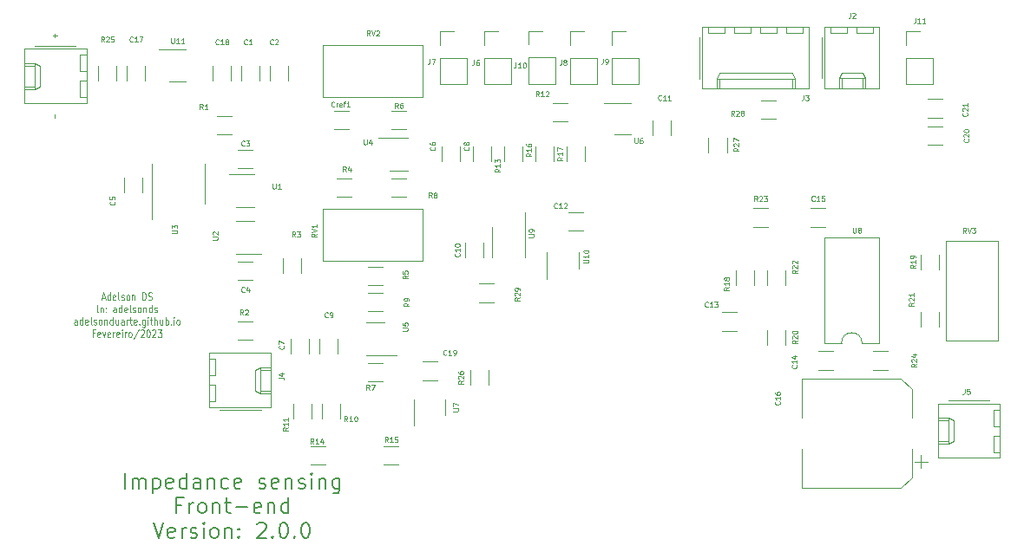
<source format=gto>
G04 #@! TF.GenerationSoftware,KiCad,Pcbnew,(6.0.10)*
G04 #@! TF.CreationDate,2023-02-17T11:11:42-03:00*
G04 #@! TF.ProjectId,TimeInterval_FrontEnd,54696d65-496e-4746-9572-76616c5f4672,rev?*
G04 #@! TF.SameCoordinates,Original*
G04 #@! TF.FileFunction,Legend,Top*
G04 #@! TF.FilePolarity,Positive*
%FSLAX46Y46*%
G04 Gerber Fmt 4.6, Leading zero omitted, Abs format (unit mm)*
G04 Created by KiCad (PCBNEW (6.0.10)) date 2023-02-17 11:11:42*
%MOMM*%
%LPD*%
G01*
G04 APERTURE LIST*
%ADD10C,0.100000*%
%ADD11C,0.200000*%
%ADD12C,0.150000*%
%ADD13C,0.050000*%
%ADD14C,0.120000*%
G04 APERTURE END LIST*
D10*
X100314428Y-88483750D02*
X100600142Y-88483750D01*
X100257285Y-88698035D02*
X100457285Y-87948035D01*
X100657285Y-88698035D01*
X101114428Y-88698035D02*
X101114428Y-87948035D01*
X101114428Y-88662321D02*
X101057285Y-88698035D01*
X100943000Y-88698035D01*
X100885857Y-88662321D01*
X100857285Y-88626607D01*
X100828714Y-88555178D01*
X100828714Y-88340892D01*
X100857285Y-88269464D01*
X100885857Y-88233750D01*
X100943000Y-88198035D01*
X101057285Y-88198035D01*
X101114428Y-88233750D01*
X101628714Y-88662321D02*
X101571571Y-88698035D01*
X101457285Y-88698035D01*
X101400142Y-88662321D01*
X101371571Y-88590892D01*
X101371571Y-88305178D01*
X101400142Y-88233750D01*
X101457285Y-88198035D01*
X101571571Y-88198035D01*
X101628714Y-88233750D01*
X101657285Y-88305178D01*
X101657285Y-88376607D01*
X101371571Y-88448035D01*
X102000142Y-88698035D02*
X101943000Y-88662321D01*
X101914428Y-88590892D01*
X101914428Y-87948035D01*
X102200142Y-88662321D02*
X102257285Y-88698035D01*
X102371571Y-88698035D01*
X102428714Y-88662321D01*
X102457285Y-88590892D01*
X102457285Y-88555178D01*
X102428714Y-88483750D01*
X102371571Y-88448035D01*
X102285857Y-88448035D01*
X102228714Y-88412321D01*
X102200142Y-88340892D01*
X102200142Y-88305178D01*
X102228714Y-88233750D01*
X102285857Y-88198035D01*
X102371571Y-88198035D01*
X102428714Y-88233750D01*
X102800142Y-88698035D02*
X102743000Y-88662321D01*
X102714428Y-88626607D01*
X102685857Y-88555178D01*
X102685857Y-88340892D01*
X102714428Y-88269464D01*
X102743000Y-88233750D01*
X102800142Y-88198035D01*
X102885857Y-88198035D01*
X102943000Y-88233750D01*
X102971571Y-88269464D01*
X103000142Y-88340892D01*
X103000142Y-88555178D01*
X102971571Y-88626607D01*
X102943000Y-88662321D01*
X102885857Y-88698035D01*
X102800142Y-88698035D01*
X103257285Y-88198035D02*
X103257285Y-88698035D01*
X103257285Y-88269464D02*
X103285857Y-88233750D01*
X103343000Y-88198035D01*
X103428714Y-88198035D01*
X103485857Y-88233750D01*
X103514428Y-88305178D01*
X103514428Y-88698035D01*
X104257285Y-88698035D02*
X104257285Y-87948035D01*
X104400142Y-87948035D01*
X104485857Y-87983750D01*
X104543000Y-88055178D01*
X104571571Y-88126607D01*
X104600142Y-88269464D01*
X104600142Y-88376607D01*
X104571571Y-88519464D01*
X104543000Y-88590892D01*
X104485857Y-88662321D01*
X104400142Y-88698035D01*
X104257285Y-88698035D01*
X104828714Y-88662321D02*
X104914428Y-88698035D01*
X105057285Y-88698035D01*
X105114428Y-88662321D01*
X105143000Y-88626607D01*
X105171571Y-88555178D01*
X105171571Y-88483750D01*
X105143000Y-88412321D01*
X105114428Y-88376607D01*
X105057285Y-88340892D01*
X104943000Y-88305178D01*
X104885857Y-88269464D01*
X104857285Y-88233750D01*
X104828714Y-88162321D01*
X104828714Y-88090892D01*
X104857285Y-88019464D01*
X104885857Y-87983750D01*
X104943000Y-87948035D01*
X105085857Y-87948035D01*
X105171571Y-87983750D01*
X99914428Y-89905535D02*
X99857285Y-89869821D01*
X99828714Y-89798392D01*
X99828714Y-89155535D01*
X100143000Y-89405535D02*
X100143000Y-89905535D01*
X100143000Y-89476964D02*
X100171571Y-89441250D01*
X100228714Y-89405535D01*
X100314428Y-89405535D01*
X100371571Y-89441250D01*
X100400142Y-89512678D01*
X100400142Y-89905535D01*
X100685857Y-89834107D02*
X100714428Y-89869821D01*
X100685857Y-89905535D01*
X100657285Y-89869821D01*
X100685857Y-89834107D01*
X100685857Y-89905535D01*
X100685857Y-89441250D02*
X100714428Y-89476964D01*
X100685857Y-89512678D01*
X100657285Y-89476964D01*
X100685857Y-89441250D01*
X100685857Y-89512678D01*
X101685857Y-89905535D02*
X101685857Y-89512678D01*
X101657285Y-89441250D01*
X101600142Y-89405535D01*
X101485857Y-89405535D01*
X101428714Y-89441250D01*
X101685857Y-89869821D02*
X101628714Y-89905535D01*
X101485857Y-89905535D01*
X101428714Y-89869821D01*
X101400142Y-89798392D01*
X101400142Y-89726964D01*
X101428714Y-89655535D01*
X101485857Y-89619821D01*
X101628714Y-89619821D01*
X101685857Y-89584107D01*
X102228714Y-89905535D02*
X102228714Y-89155535D01*
X102228714Y-89869821D02*
X102171571Y-89905535D01*
X102057285Y-89905535D01*
X102000142Y-89869821D01*
X101971571Y-89834107D01*
X101943000Y-89762678D01*
X101943000Y-89548392D01*
X101971571Y-89476964D01*
X102000142Y-89441250D01*
X102057285Y-89405535D01*
X102171571Y-89405535D01*
X102228714Y-89441250D01*
X102743000Y-89869821D02*
X102685857Y-89905535D01*
X102571571Y-89905535D01*
X102514428Y-89869821D01*
X102485857Y-89798392D01*
X102485857Y-89512678D01*
X102514428Y-89441250D01*
X102571571Y-89405535D01*
X102685857Y-89405535D01*
X102743000Y-89441250D01*
X102771571Y-89512678D01*
X102771571Y-89584107D01*
X102485857Y-89655535D01*
X103114428Y-89905535D02*
X103057285Y-89869821D01*
X103028714Y-89798392D01*
X103028714Y-89155535D01*
X103314428Y-89869821D02*
X103371571Y-89905535D01*
X103485857Y-89905535D01*
X103543000Y-89869821D01*
X103571571Y-89798392D01*
X103571571Y-89762678D01*
X103543000Y-89691250D01*
X103485857Y-89655535D01*
X103400142Y-89655535D01*
X103343000Y-89619821D01*
X103314428Y-89548392D01*
X103314428Y-89512678D01*
X103343000Y-89441250D01*
X103400142Y-89405535D01*
X103485857Y-89405535D01*
X103543000Y-89441250D01*
X103914428Y-89905535D02*
X103857285Y-89869821D01*
X103828714Y-89834107D01*
X103800142Y-89762678D01*
X103800142Y-89548392D01*
X103828714Y-89476964D01*
X103857285Y-89441250D01*
X103914428Y-89405535D01*
X104000142Y-89405535D01*
X104057285Y-89441250D01*
X104085857Y-89476964D01*
X104114428Y-89548392D01*
X104114428Y-89762678D01*
X104085857Y-89834107D01*
X104057285Y-89869821D01*
X104000142Y-89905535D01*
X103914428Y-89905535D01*
X104371571Y-89405535D02*
X104371571Y-89905535D01*
X104371571Y-89476964D02*
X104400142Y-89441250D01*
X104457285Y-89405535D01*
X104543000Y-89405535D01*
X104600142Y-89441250D01*
X104628714Y-89512678D01*
X104628714Y-89905535D01*
X105171571Y-89905535D02*
X105171571Y-89155535D01*
X105171571Y-89869821D02*
X105114428Y-89905535D01*
X105000142Y-89905535D01*
X104943000Y-89869821D01*
X104914428Y-89834107D01*
X104885857Y-89762678D01*
X104885857Y-89548392D01*
X104914428Y-89476964D01*
X104943000Y-89441250D01*
X105000142Y-89405535D01*
X105114428Y-89405535D01*
X105171571Y-89441250D01*
X105428714Y-89869821D02*
X105485857Y-89905535D01*
X105600142Y-89905535D01*
X105657285Y-89869821D01*
X105685857Y-89798392D01*
X105685857Y-89762678D01*
X105657285Y-89691250D01*
X105600142Y-89655535D01*
X105514428Y-89655535D01*
X105457285Y-89619821D01*
X105428714Y-89548392D01*
X105428714Y-89512678D01*
X105457285Y-89441250D01*
X105514428Y-89405535D01*
X105600142Y-89405535D01*
X105657285Y-89441250D01*
X97871571Y-91113035D02*
X97871571Y-90720178D01*
X97843000Y-90648750D01*
X97785857Y-90613035D01*
X97671571Y-90613035D01*
X97614428Y-90648750D01*
X97871571Y-91077321D02*
X97814428Y-91113035D01*
X97671571Y-91113035D01*
X97614428Y-91077321D01*
X97585857Y-91005892D01*
X97585857Y-90934464D01*
X97614428Y-90863035D01*
X97671571Y-90827321D01*
X97814428Y-90827321D01*
X97871571Y-90791607D01*
X98414428Y-91113035D02*
X98414428Y-90363035D01*
X98414428Y-91077321D02*
X98357285Y-91113035D01*
X98243000Y-91113035D01*
X98185857Y-91077321D01*
X98157285Y-91041607D01*
X98128714Y-90970178D01*
X98128714Y-90755892D01*
X98157285Y-90684464D01*
X98185857Y-90648750D01*
X98243000Y-90613035D01*
X98357285Y-90613035D01*
X98414428Y-90648750D01*
X98928714Y-91077321D02*
X98871571Y-91113035D01*
X98757285Y-91113035D01*
X98700142Y-91077321D01*
X98671571Y-91005892D01*
X98671571Y-90720178D01*
X98700142Y-90648750D01*
X98757285Y-90613035D01*
X98871571Y-90613035D01*
X98928714Y-90648750D01*
X98957285Y-90720178D01*
X98957285Y-90791607D01*
X98671571Y-90863035D01*
X99300142Y-91113035D02*
X99243000Y-91077321D01*
X99214428Y-91005892D01*
X99214428Y-90363035D01*
X99500142Y-91077321D02*
X99557285Y-91113035D01*
X99671571Y-91113035D01*
X99728714Y-91077321D01*
X99757285Y-91005892D01*
X99757285Y-90970178D01*
X99728714Y-90898750D01*
X99671571Y-90863035D01*
X99585857Y-90863035D01*
X99528714Y-90827321D01*
X99500142Y-90755892D01*
X99500142Y-90720178D01*
X99528714Y-90648750D01*
X99585857Y-90613035D01*
X99671571Y-90613035D01*
X99728714Y-90648750D01*
X100100142Y-91113035D02*
X100043000Y-91077321D01*
X100014428Y-91041607D01*
X99985857Y-90970178D01*
X99985857Y-90755892D01*
X100014428Y-90684464D01*
X100043000Y-90648750D01*
X100100142Y-90613035D01*
X100185857Y-90613035D01*
X100243000Y-90648750D01*
X100271571Y-90684464D01*
X100300142Y-90755892D01*
X100300142Y-90970178D01*
X100271571Y-91041607D01*
X100243000Y-91077321D01*
X100185857Y-91113035D01*
X100100142Y-91113035D01*
X100557285Y-90613035D02*
X100557285Y-91113035D01*
X100557285Y-90684464D02*
X100585857Y-90648750D01*
X100643000Y-90613035D01*
X100728714Y-90613035D01*
X100785857Y-90648750D01*
X100814428Y-90720178D01*
X100814428Y-91113035D01*
X101357285Y-91113035D02*
X101357285Y-90363035D01*
X101357285Y-91077321D02*
X101300142Y-91113035D01*
X101185857Y-91113035D01*
X101128714Y-91077321D01*
X101100142Y-91041607D01*
X101071571Y-90970178D01*
X101071571Y-90755892D01*
X101100142Y-90684464D01*
X101128714Y-90648750D01*
X101185857Y-90613035D01*
X101300142Y-90613035D01*
X101357285Y-90648750D01*
X101900142Y-90613035D02*
X101900142Y-91113035D01*
X101643000Y-90613035D02*
X101643000Y-91005892D01*
X101671571Y-91077321D01*
X101728714Y-91113035D01*
X101814428Y-91113035D01*
X101871571Y-91077321D01*
X101900142Y-91041607D01*
X102443000Y-91113035D02*
X102443000Y-90720178D01*
X102414428Y-90648750D01*
X102357285Y-90613035D01*
X102243000Y-90613035D01*
X102185857Y-90648750D01*
X102443000Y-91077321D02*
X102385857Y-91113035D01*
X102243000Y-91113035D01*
X102185857Y-91077321D01*
X102157285Y-91005892D01*
X102157285Y-90934464D01*
X102185857Y-90863035D01*
X102243000Y-90827321D01*
X102385857Y-90827321D01*
X102443000Y-90791607D01*
X102728714Y-91113035D02*
X102728714Y-90613035D01*
X102728714Y-90755892D02*
X102757285Y-90684464D01*
X102785857Y-90648750D01*
X102843000Y-90613035D01*
X102900142Y-90613035D01*
X103014428Y-90613035D02*
X103243000Y-90613035D01*
X103100142Y-90363035D02*
X103100142Y-91005892D01*
X103128714Y-91077321D01*
X103185857Y-91113035D01*
X103243000Y-91113035D01*
X103671571Y-91077321D02*
X103614428Y-91113035D01*
X103500142Y-91113035D01*
X103443000Y-91077321D01*
X103414428Y-91005892D01*
X103414428Y-90720178D01*
X103443000Y-90648750D01*
X103500142Y-90613035D01*
X103614428Y-90613035D01*
X103671571Y-90648750D01*
X103700142Y-90720178D01*
X103700142Y-90791607D01*
X103414428Y-90863035D01*
X103957285Y-91041607D02*
X103985857Y-91077321D01*
X103957285Y-91113035D01*
X103928714Y-91077321D01*
X103957285Y-91041607D01*
X103957285Y-91113035D01*
X104500142Y-90613035D02*
X104500142Y-91220178D01*
X104471571Y-91291607D01*
X104443000Y-91327321D01*
X104385857Y-91363035D01*
X104300142Y-91363035D01*
X104243000Y-91327321D01*
X104500142Y-91077321D02*
X104443000Y-91113035D01*
X104328714Y-91113035D01*
X104271571Y-91077321D01*
X104243000Y-91041607D01*
X104214428Y-90970178D01*
X104214428Y-90755892D01*
X104243000Y-90684464D01*
X104271571Y-90648750D01*
X104328714Y-90613035D01*
X104443000Y-90613035D01*
X104500142Y-90648750D01*
X104785857Y-91113035D02*
X104785857Y-90613035D01*
X104785857Y-90363035D02*
X104757285Y-90398750D01*
X104785857Y-90434464D01*
X104814428Y-90398750D01*
X104785857Y-90363035D01*
X104785857Y-90434464D01*
X104985857Y-90613035D02*
X105214428Y-90613035D01*
X105071571Y-90363035D02*
X105071571Y-91005892D01*
X105100142Y-91077321D01*
X105157285Y-91113035D01*
X105214428Y-91113035D01*
X105414428Y-91113035D02*
X105414428Y-90363035D01*
X105671571Y-91113035D02*
X105671571Y-90720178D01*
X105643000Y-90648750D01*
X105585857Y-90613035D01*
X105500142Y-90613035D01*
X105443000Y-90648750D01*
X105414428Y-90684464D01*
X106214428Y-90613035D02*
X106214428Y-91113035D01*
X105957285Y-90613035D02*
X105957285Y-91005892D01*
X105985857Y-91077321D01*
X106043000Y-91113035D01*
X106128714Y-91113035D01*
X106185857Y-91077321D01*
X106214428Y-91041607D01*
X106500142Y-91113035D02*
X106500142Y-90363035D01*
X106500142Y-90648750D02*
X106557285Y-90613035D01*
X106671571Y-90613035D01*
X106728714Y-90648750D01*
X106757285Y-90684464D01*
X106785857Y-90755892D01*
X106785857Y-90970178D01*
X106757285Y-91041607D01*
X106728714Y-91077321D01*
X106671571Y-91113035D01*
X106557285Y-91113035D01*
X106500142Y-91077321D01*
X107043000Y-91041607D02*
X107071571Y-91077321D01*
X107043000Y-91113035D01*
X107014428Y-91077321D01*
X107043000Y-91041607D01*
X107043000Y-91113035D01*
X107328714Y-91113035D02*
X107328714Y-90613035D01*
X107328714Y-90363035D02*
X107300142Y-90398750D01*
X107328714Y-90434464D01*
X107357285Y-90398750D01*
X107328714Y-90363035D01*
X107328714Y-90434464D01*
X107700142Y-91113035D02*
X107643000Y-91077321D01*
X107614428Y-91041607D01*
X107585857Y-90970178D01*
X107585857Y-90755892D01*
X107614428Y-90684464D01*
X107643000Y-90648750D01*
X107700142Y-90613035D01*
X107785857Y-90613035D01*
X107843000Y-90648750D01*
X107871571Y-90684464D01*
X107900142Y-90755892D01*
X107900142Y-90970178D01*
X107871571Y-91041607D01*
X107843000Y-91077321D01*
X107785857Y-91113035D01*
X107700142Y-91113035D01*
X99585857Y-91927678D02*
X99385857Y-91927678D01*
X99385857Y-92320535D02*
X99385857Y-91570535D01*
X99671571Y-91570535D01*
X100128714Y-92284821D02*
X100071571Y-92320535D01*
X99957285Y-92320535D01*
X99900142Y-92284821D01*
X99871571Y-92213392D01*
X99871571Y-91927678D01*
X99900142Y-91856250D01*
X99957285Y-91820535D01*
X100071571Y-91820535D01*
X100128714Y-91856250D01*
X100157285Y-91927678D01*
X100157285Y-91999107D01*
X99871571Y-92070535D01*
X100357285Y-91820535D02*
X100500142Y-92320535D01*
X100643000Y-91820535D01*
X101100142Y-92284821D02*
X101043000Y-92320535D01*
X100928714Y-92320535D01*
X100871571Y-92284821D01*
X100843000Y-92213392D01*
X100843000Y-91927678D01*
X100871571Y-91856250D01*
X100928714Y-91820535D01*
X101043000Y-91820535D01*
X101100142Y-91856250D01*
X101128714Y-91927678D01*
X101128714Y-91999107D01*
X100843000Y-92070535D01*
X101385857Y-92320535D02*
X101385857Y-91820535D01*
X101385857Y-91963392D02*
X101414428Y-91891964D01*
X101443000Y-91856250D01*
X101500142Y-91820535D01*
X101557285Y-91820535D01*
X101985857Y-92284821D02*
X101928714Y-92320535D01*
X101814428Y-92320535D01*
X101757285Y-92284821D01*
X101728714Y-92213392D01*
X101728714Y-91927678D01*
X101757285Y-91856250D01*
X101814428Y-91820535D01*
X101928714Y-91820535D01*
X101985857Y-91856250D01*
X102014428Y-91927678D01*
X102014428Y-91999107D01*
X101728714Y-92070535D01*
X102271571Y-92320535D02*
X102271571Y-91820535D01*
X102271571Y-91570535D02*
X102243000Y-91606250D01*
X102271571Y-91641964D01*
X102300142Y-91606250D01*
X102271571Y-91570535D01*
X102271571Y-91641964D01*
X102557285Y-92320535D02*
X102557285Y-91820535D01*
X102557285Y-91963392D02*
X102585857Y-91891964D01*
X102614428Y-91856250D01*
X102671571Y-91820535D01*
X102728714Y-91820535D01*
X103014428Y-92320535D02*
X102957285Y-92284821D01*
X102928714Y-92249107D01*
X102900142Y-92177678D01*
X102900142Y-91963392D01*
X102928714Y-91891964D01*
X102957285Y-91856250D01*
X103014428Y-91820535D01*
X103100142Y-91820535D01*
X103157285Y-91856250D01*
X103185857Y-91891964D01*
X103214428Y-91963392D01*
X103214428Y-92177678D01*
X103185857Y-92249107D01*
X103157285Y-92284821D01*
X103100142Y-92320535D01*
X103014428Y-92320535D01*
X103900142Y-91534821D02*
X103385857Y-92499107D01*
X104071571Y-91641964D02*
X104100142Y-91606250D01*
X104157285Y-91570535D01*
X104300142Y-91570535D01*
X104357285Y-91606250D01*
X104385857Y-91641964D01*
X104414428Y-91713392D01*
X104414428Y-91784821D01*
X104385857Y-91891964D01*
X104043000Y-92320535D01*
X104414428Y-92320535D01*
X104785857Y-91570535D02*
X104843000Y-91570535D01*
X104900142Y-91606250D01*
X104928714Y-91641964D01*
X104957285Y-91713392D01*
X104985857Y-91856250D01*
X104985857Y-92034821D01*
X104957285Y-92177678D01*
X104928714Y-92249107D01*
X104900142Y-92284821D01*
X104843000Y-92320535D01*
X104785857Y-92320535D01*
X104728714Y-92284821D01*
X104700142Y-92249107D01*
X104671571Y-92177678D01*
X104643000Y-92034821D01*
X104643000Y-91856250D01*
X104671571Y-91713392D01*
X104700142Y-91641964D01*
X104728714Y-91606250D01*
X104785857Y-91570535D01*
X105214428Y-91641964D02*
X105243000Y-91606250D01*
X105300142Y-91570535D01*
X105443000Y-91570535D01*
X105500142Y-91606250D01*
X105528714Y-91641964D01*
X105557285Y-91713392D01*
X105557285Y-91784821D01*
X105528714Y-91891964D01*
X105185857Y-92320535D01*
X105557285Y-92320535D01*
X105757285Y-91570535D02*
X106128714Y-91570535D01*
X105928714Y-91856250D01*
X106014428Y-91856250D01*
X106071571Y-91891964D01*
X106100142Y-91927678D01*
X106128714Y-91999107D01*
X106128714Y-92177678D01*
X106100142Y-92249107D01*
X106071571Y-92284821D01*
X106014428Y-92320535D01*
X105843000Y-92320535D01*
X105785857Y-92284821D01*
X105757285Y-92249107D01*
D11*
X102565714Y-107102571D02*
X102565714Y-105602571D01*
X103280000Y-107102571D02*
X103280000Y-106102571D01*
X103280000Y-106245428D02*
X103351428Y-106174000D01*
X103494285Y-106102571D01*
X103708571Y-106102571D01*
X103851428Y-106174000D01*
X103922857Y-106316857D01*
X103922857Y-107102571D01*
X103922857Y-106316857D02*
X103994285Y-106174000D01*
X104137142Y-106102571D01*
X104351428Y-106102571D01*
X104494285Y-106174000D01*
X104565714Y-106316857D01*
X104565714Y-107102571D01*
X105280000Y-106102571D02*
X105280000Y-107602571D01*
X105280000Y-106174000D02*
X105422857Y-106102571D01*
X105708571Y-106102571D01*
X105851428Y-106174000D01*
X105922857Y-106245428D01*
X105994285Y-106388285D01*
X105994285Y-106816857D01*
X105922857Y-106959714D01*
X105851428Y-107031142D01*
X105708571Y-107102571D01*
X105422857Y-107102571D01*
X105280000Y-107031142D01*
X107208571Y-107031142D02*
X107065714Y-107102571D01*
X106780000Y-107102571D01*
X106637142Y-107031142D01*
X106565714Y-106888285D01*
X106565714Y-106316857D01*
X106637142Y-106174000D01*
X106780000Y-106102571D01*
X107065714Y-106102571D01*
X107208571Y-106174000D01*
X107280000Y-106316857D01*
X107280000Y-106459714D01*
X106565714Y-106602571D01*
X108565714Y-107102571D02*
X108565714Y-105602571D01*
X108565714Y-107031142D02*
X108422857Y-107102571D01*
X108137142Y-107102571D01*
X107994285Y-107031142D01*
X107922857Y-106959714D01*
X107851428Y-106816857D01*
X107851428Y-106388285D01*
X107922857Y-106245428D01*
X107994285Y-106174000D01*
X108137142Y-106102571D01*
X108422857Y-106102571D01*
X108565714Y-106174000D01*
X109922857Y-107102571D02*
X109922857Y-106316857D01*
X109851428Y-106174000D01*
X109708571Y-106102571D01*
X109422857Y-106102571D01*
X109280000Y-106174000D01*
X109922857Y-107031142D02*
X109780000Y-107102571D01*
X109422857Y-107102571D01*
X109280000Y-107031142D01*
X109208571Y-106888285D01*
X109208571Y-106745428D01*
X109280000Y-106602571D01*
X109422857Y-106531142D01*
X109780000Y-106531142D01*
X109922857Y-106459714D01*
X110637142Y-106102571D02*
X110637142Y-107102571D01*
X110637142Y-106245428D02*
X110708571Y-106174000D01*
X110851428Y-106102571D01*
X111065714Y-106102571D01*
X111208571Y-106174000D01*
X111280000Y-106316857D01*
X111280000Y-107102571D01*
X112637142Y-107031142D02*
X112494285Y-107102571D01*
X112208571Y-107102571D01*
X112065714Y-107031142D01*
X111994285Y-106959714D01*
X111922857Y-106816857D01*
X111922857Y-106388285D01*
X111994285Y-106245428D01*
X112065714Y-106174000D01*
X112208571Y-106102571D01*
X112494285Y-106102571D01*
X112637142Y-106174000D01*
X113851428Y-107031142D02*
X113708571Y-107102571D01*
X113422857Y-107102571D01*
X113280000Y-107031142D01*
X113208571Y-106888285D01*
X113208571Y-106316857D01*
X113280000Y-106174000D01*
X113422857Y-106102571D01*
X113708571Y-106102571D01*
X113851428Y-106174000D01*
X113922857Y-106316857D01*
X113922857Y-106459714D01*
X113208571Y-106602571D01*
X115637142Y-107031142D02*
X115780000Y-107102571D01*
X116065714Y-107102571D01*
X116208571Y-107031142D01*
X116280000Y-106888285D01*
X116280000Y-106816857D01*
X116208571Y-106674000D01*
X116065714Y-106602571D01*
X115851428Y-106602571D01*
X115708571Y-106531142D01*
X115637142Y-106388285D01*
X115637142Y-106316857D01*
X115708571Y-106174000D01*
X115851428Y-106102571D01*
X116065714Y-106102571D01*
X116208571Y-106174000D01*
X117494285Y-107031142D02*
X117351428Y-107102571D01*
X117065714Y-107102571D01*
X116922857Y-107031142D01*
X116851428Y-106888285D01*
X116851428Y-106316857D01*
X116922857Y-106174000D01*
X117065714Y-106102571D01*
X117351428Y-106102571D01*
X117494285Y-106174000D01*
X117565714Y-106316857D01*
X117565714Y-106459714D01*
X116851428Y-106602571D01*
X118208571Y-106102571D02*
X118208571Y-107102571D01*
X118208571Y-106245428D02*
X118280000Y-106174000D01*
X118422857Y-106102571D01*
X118637142Y-106102571D01*
X118780000Y-106174000D01*
X118851428Y-106316857D01*
X118851428Y-107102571D01*
X119494285Y-107031142D02*
X119637142Y-107102571D01*
X119922857Y-107102571D01*
X120065714Y-107031142D01*
X120137142Y-106888285D01*
X120137142Y-106816857D01*
X120065714Y-106674000D01*
X119922857Y-106602571D01*
X119708571Y-106602571D01*
X119565714Y-106531142D01*
X119494285Y-106388285D01*
X119494285Y-106316857D01*
X119565714Y-106174000D01*
X119708571Y-106102571D01*
X119922857Y-106102571D01*
X120065714Y-106174000D01*
X120780000Y-107102571D02*
X120780000Y-106102571D01*
X120780000Y-105602571D02*
X120708571Y-105674000D01*
X120780000Y-105745428D01*
X120851428Y-105674000D01*
X120780000Y-105602571D01*
X120780000Y-105745428D01*
X121494285Y-106102571D02*
X121494285Y-107102571D01*
X121494285Y-106245428D02*
X121565714Y-106174000D01*
X121708571Y-106102571D01*
X121922857Y-106102571D01*
X122065714Y-106174000D01*
X122137142Y-106316857D01*
X122137142Y-107102571D01*
X123494285Y-106102571D02*
X123494285Y-107316857D01*
X123422857Y-107459714D01*
X123351428Y-107531142D01*
X123208571Y-107602571D01*
X122994285Y-107602571D01*
X122851428Y-107531142D01*
X123494285Y-107031142D02*
X123351428Y-107102571D01*
X123065714Y-107102571D01*
X122922857Y-107031142D01*
X122851428Y-106959714D01*
X122780000Y-106816857D01*
X122780000Y-106388285D01*
X122851428Y-106245428D01*
X122922857Y-106174000D01*
X123065714Y-106102571D01*
X123351428Y-106102571D01*
X123494285Y-106174000D01*
X108065714Y-108731857D02*
X107565714Y-108731857D01*
X107565714Y-109517571D02*
X107565714Y-108017571D01*
X108280000Y-108017571D01*
X108851428Y-109517571D02*
X108851428Y-108517571D01*
X108851428Y-108803285D02*
X108922857Y-108660428D01*
X108994285Y-108589000D01*
X109137142Y-108517571D01*
X109280000Y-108517571D01*
X109994285Y-109517571D02*
X109851428Y-109446142D01*
X109780000Y-109374714D01*
X109708571Y-109231857D01*
X109708571Y-108803285D01*
X109780000Y-108660428D01*
X109851428Y-108589000D01*
X109994285Y-108517571D01*
X110208571Y-108517571D01*
X110351428Y-108589000D01*
X110422857Y-108660428D01*
X110494285Y-108803285D01*
X110494285Y-109231857D01*
X110422857Y-109374714D01*
X110351428Y-109446142D01*
X110208571Y-109517571D01*
X109994285Y-109517571D01*
X111137142Y-108517571D02*
X111137142Y-109517571D01*
X111137142Y-108660428D02*
X111208571Y-108589000D01*
X111351428Y-108517571D01*
X111565714Y-108517571D01*
X111708571Y-108589000D01*
X111780000Y-108731857D01*
X111780000Y-109517571D01*
X112280000Y-108517571D02*
X112851428Y-108517571D01*
X112494285Y-108017571D02*
X112494285Y-109303285D01*
X112565714Y-109446142D01*
X112708571Y-109517571D01*
X112851428Y-109517571D01*
X113351428Y-108946142D02*
X114494285Y-108946142D01*
X115780000Y-109446142D02*
X115637142Y-109517571D01*
X115351428Y-109517571D01*
X115208571Y-109446142D01*
X115137142Y-109303285D01*
X115137142Y-108731857D01*
X115208571Y-108589000D01*
X115351428Y-108517571D01*
X115637142Y-108517571D01*
X115780000Y-108589000D01*
X115851428Y-108731857D01*
X115851428Y-108874714D01*
X115137142Y-109017571D01*
X116494285Y-108517571D02*
X116494285Y-109517571D01*
X116494285Y-108660428D02*
X116565714Y-108589000D01*
X116708571Y-108517571D01*
X116922857Y-108517571D01*
X117065714Y-108589000D01*
X117137142Y-108731857D01*
X117137142Y-109517571D01*
X118494285Y-109517571D02*
X118494285Y-108017571D01*
X118494285Y-109446142D02*
X118351428Y-109517571D01*
X118065714Y-109517571D01*
X117922857Y-109446142D01*
X117851428Y-109374714D01*
X117780000Y-109231857D01*
X117780000Y-108803285D01*
X117851428Y-108660428D01*
X117922857Y-108589000D01*
X118065714Y-108517571D01*
X118351428Y-108517571D01*
X118494285Y-108589000D01*
X105315714Y-110432571D02*
X105815714Y-111932571D01*
X106315714Y-110432571D01*
X107387142Y-111861142D02*
X107244285Y-111932571D01*
X106958571Y-111932571D01*
X106815714Y-111861142D01*
X106744285Y-111718285D01*
X106744285Y-111146857D01*
X106815714Y-111004000D01*
X106958571Y-110932571D01*
X107244285Y-110932571D01*
X107387142Y-111004000D01*
X107458571Y-111146857D01*
X107458571Y-111289714D01*
X106744285Y-111432571D01*
X108101428Y-111932571D02*
X108101428Y-110932571D01*
X108101428Y-111218285D02*
X108172857Y-111075428D01*
X108244285Y-111004000D01*
X108387142Y-110932571D01*
X108530000Y-110932571D01*
X108958571Y-111861142D02*
X109101428Y-111932571D01*
X109387142Y-111932571D01*
X109530000Y-111861142D01*
X109601428Y-111718285D01*
X109601428Y-111646857D01*
X109530000Y-111504000D01*
X109387142Y-111432571D01*
X109172857Y-111432571D01*
X109030000Y-111361142D01*
X108958571Y-111218285D01*
X108958571Y-111146857D01*
X109030000Y-111004000D01*
X109172857Y-110932571D01*
X109387142Y-110932571D01*
X109530000Y-111004000D01*
X110244285Y-111932571D02*
X110244285Y-110932571D01*
X110244285Y-110432571D02*
X110172857Y-110504000D01*
X110244285Y-110575428D01*
X110315714Y-110504000D01*
X110244285Y-110432571D01*
X110244285Y-110575428D01*
X111172857Y-111932571D02*
X111030000Y-111861142D01*
X110958571Y-111789714D01*
X110887142Y-111646857D01*
X110887142Y-111218285D01*
X110958571Y-111075428D01*
X111030000Y-111004000D01*
X111172857Y-110932571D01*
X111387142Y-110932571D01*
X111530000Y-111004000D01*
X111601428Y-111075428D01*
X111672857Y-111218285D01*
X111672857Y-111646857D01*
X111601428Y-111789714D01*
X111530000Y-111861142D01*
X111387142Y-111932571D01*
X111172857Y-111932571D01*
X112315714Y-110932571D02*
X112315714Y-111932571D01*
X112315714Y-111075428D02*
X112387142Y-111004000D01*
X112530000Y-110932571D01*
X112744285Y-110932571D01*
X112887142Y-111004000D01*
X112958571Y-111146857D01*
X112958571Y-111932571D01*
X113672857Y-111789714D02*
X113744285Y-111861142D01*
X113672857Y-111932571D01*
X113601428Y-111861142D01*
X113672857Y-111789714D01*
X113672857Y-111932571D01*
X113672857Y-111004000D02*
X113744285Y-111075428D01*
X113672857Y-111146857D01*
X113601428Y-111075428D01*
X113672857Y-111004000D01*
X113672857Y-111146857D01*
X115458571Y-110575428D02*
X115530000Y-110504000D01*
X115672857Y-110432571D01*
X116030000Y-110432571D01*
X116172857Y-110504000D01*
X116244285Y-110575428D01*
X116315714Y-110718285D01*
X116315714Y-110861142D01*
X116244285Y-111075428D01*
X115387142Y-111932571D01*
X116315714Y-111932571D01*
X116958571Y-111789714D02*
X117030000Y-111861142D01*
X116958571Y-111932571D01*
X116887142Y-111861142D01*
X116958571Y-111789714D01*
X116958571Y-111932571D01*
X117958571Y-110432571D02*
X118101428Y-110432571D01*
X118244285Y-110504000D01*
X118315714Y-110575428D01*
X118387142Y-110718285D01*
X118458571Y-111004000D01*
X118458571Y-111361142D01*
X118387142Y-111646857D01*
X118315714Y-111789714D01*
X118244285Y-111861142D01*
X118101428Y-111932571D01*
X117958571Y-111932571D01*
X117815714Y-111861142D01*
X117744285Y-111789714D01*
X117672857Y-111646857D01*
X117601428Y-111361142D01*
X117601428Y-111004000D01*
X117672857Y-110718285D01*
X117744285Y-110575428D01*
X117815714Y-110504000D01*
X117958571Y-110432571D01*
X119101428Y-111789714D02*
X119172857Y-111861142D01*
X119101428Y-111932571D01*
X119030000Y-111861142D01*
X119101428Y-111789714D01*
X119101428Y-111932571D01*
X120101428Y-110432571D02*
X120244285Y-110432571D01*
X120387142Y-110504000D01*
X120458571Y-110575428D01*
X120530000Y-110718285D01*
X120601428Y-111004000D01*
X120601428Y-111361142D01*
X120530000Y-111646857D01*
X120458571Y-111789714D01*
X120387142Y-111861142D01*
X120244285Y-111932571D01*
X120101428Y-111932571D01*
X119958571Y-111861142D01*
X119887142Y-111789714D01*
X119815714Y-111646857D01*
X119744285Y-111361142D01*
X119744285Y-111004000D01*
X119815714Y-110718285D01*
X119887142Y-110575428D01*
X119958571Y-110504000D01*
X120101428Y-110432571D01*
D10*
X95722285Y-70548523D02*
X95722285Y-70929476D01*
X95722285Y-62674523D02*
X95722285Y-63055476D01*
X95531809Y-62865000D02*
X95912761Y-62865000D01*
D12*
D13*
X184709571Y-70425428D02*
X184733380Y-70449238D01*
X184757190Y-70520666D01*
X184757190Y-70568285D01*
X184733380Y-70639714D01*
X184685761Y-70687333D01*
X184638142Y-70711142D01*
X184542904Y-70734952D01*
X184471476Y-70734952D01*
X184376238Y-70711142D01*
X184328619Y-70687333D01*
X184281000Y-70639714D01*
X184257190Y-70568285D01*
X184257190Y-70520666D01*
X184281000Y-70449238D01*
X184304809Y-70425428D01*
X184304809Y-70234952D02*
X184281000Y-70211142D01*
X184257190Y-70163523D01*
X184257190Y-70044476D01*
X184281000Y-69996857D01*
X184304809Y-69973047D01*
X184352428Y-69949238D01*
X184400047Y-69949238D01*
X184471476Y-69973047D01*
X184757190Y-70258761D01*
X184757190Y-69949238D01*
X184757190Y-69473047D02*
X184757190Y-69758761D01*
X184757190Y-69615904D02*
X184257190Y-69615904D01*
X184328619Y-69663523D01*
X184376238Y-69711142D01*
X184400047Y-69758761D01*
X184836571Y-72965428D02*
X184860380Y-72989238D01*
X184884190Y-73060666D01*
X184884190Y-73108285D01*
X184860380Y-73179714D01*
X184812761Y-73227333D01*
X184765142Y-73251142D01*
X184669904Y-73274952D01*
X184598476Y-73274952D01*
X184503238Y-73251142D01*
X184455619Y-73227333D01*
X184408000Y-73179714D01*
X184384190Y-73108285D01*
X184384190Y-73060666D01*
X184408000Y-72989238D01*
X184431809Y-72965428D01*
X184431809Y-72774952D02*
X184408000Y-72751142D01*
X184384190Y-72703523D01*
X184384190Y-72584476D01*
X184408000Y-72536857D01*
X184431809Y-72513047D01*
X184479428Y-72489238D01*
X184527047Y-72489238D01*
X184598476Y-72513047D01*
X184884190Y-72798761D01*
X184884190Y-72489238D01*
X184384190Y-72179714D02*
X184384190Y-72132095D01*
X184408000Y-72084476D01*
X184431809Y-72060666D01*
X184479428Y-72036857D01*
X184574666Y-72013047D01*
X184693714Y-72013047D01*
X184788952Y-72036857D01*
X184836571Y-72060666D01*
X184860380Y-72084476D01*
X184884190Y-72132095D01*
X184884190Y-72179714D01*
X184860380Y-72227333D01*
X184836571Y-72251142D01*
X184788952Y-72274952D01*
X184693714Y-72298761D01*
X184574666Y-72298761D01*
X184479428Y-72274952D01*
X184431809Y-72251142D01*
X184408000Y-72227333D01*
X184384190Y-72179714D01*
X141069190Y-88459428D02*
X140831095Y-88626095D01*
X141069190Y-88745142D02*
X140569190Y-88745142D01*
X140569190Y-88554666D01*
X140593000Y-88507047D01*
X140616809Y-88483238D01*
X140664428Y-88459428D01*
X140735857Y-88459428D01*
X140783476Y-88483238D01*
X140807285Y-88507047D01*
X140831095Y-88554666D01*
X140831095Y-88745142D01*
X140616809Y-88268952D02*
X140593000Y-88245142D01*
X140569190Y-88197523D01*
X140569190Y-88078476D01*
X140593000Y-88030857D01*
X140616809Y-88007047D01*
X140664428Y-87983238D01*
X140712047Y-87983238D01*
X140783476Y-88007047D01*
X141069190Y-88292761D01*
X141069190Y-87983238D01*
X141069190Y-87745142D02*
X141069190Y-87649904D01*
X141045380Y-87602285D01*
X141021571Y-87578476D01*
X140950142Y-87530857D01*
X140854904Y-87507047D01*
X140664428Y-87507047D01*
X140616809Y-87530857D01*
X140593000Y-87554666D01*
X140569190Y-87602285D01*
X140569190Y-87697523D01*
X140593000Y-87745142D01*
X140616809Y-87768952D01*
X140664428Y-87792761D01*
X140783476Y-87792761D01*
X140831095Y-87768952D01*
X140854904Y-87745142D01*
X140878714Y-87697523D01*
X140878714Y-87602285D01*
X140854904Y-87554666D01*
X140831095Y-87530857D01*
X140783476Y-87507047D01*
X161984571Y-70711190D02*
X161817904Y-70473095D01*
X161698857Y-70711190D02*
X161698857Y-70211190D01*
X161889333Y-70211190D01*
X161936952Y-70235000D01*
X161960761Y-70258809D01*
X161984571Y-70306428D01*
X161984571Y-70377857D01*
X161960761Y-70425476D01*
X161936952Y-70449285D01*
X161889333Y-70473095D01*
X161698857Y-70473095D01*
X162175047Y-70258809D02*
X162198857Y-70235000D01*
X162246476Y-70211190D01*
X162365523Y-70211190D01*
X162413142Y-70235000D01*
X162436952Y-70258809D01*
X162460761Y-70306428D01*
X162460761Y-70354047D01*
X162436952Y-70425476D01*
X162151238Y-70711190D01*
X162460761Y-70711190D01*
X162746476Y-70425476D02*
X162698857Y-70401666D01*
X162675047Y-70377857D01*
X162651238Y-70330238D01*
X162651238Y-70306428D01*
X162675047Y-70258809D01*
X162698857Y-70235000D01*
X162746476Y-70211190D01*
X162841714Y-70211190D01*
X162889333Y-70235000D01*
X162913142Y-70258809D01*
X162936952Y-70306428D01*
X162936952Y-70330238D01*
X162913142Y-70377857D01*
X162889333Y-70401666D01*
X162841714Y-70425476D01*
X162746476Y-70425476D01*
X162698857Y-70449285D01*
X162675047Y-70473095D01*
X162651238Y-70520714D01*
X162651238Y-70615952D01*
X162675047Y-70663571D01*
X162698857Y-70687380D01*
X162746476Y-70711190D01*
X162841714Y-70711190D01*
X162889333Y-70687380D01*
X162913142Y-70663571D01*
X162936952Y-70615952D01*
X162936952Y-70520714D01*
X162913142Y-70473095D01*
X162889333Y-70449285D01*
X162841714Y-70425476D01*
X162447190Y-73854428D02*
X162209095Y-74021095D01*
X162447190Y-74140142D02*
X161947190Y-74140142D01*
X161947190Y-73949666D01*
X161971000Y-73902047D01*
X161994809Y-73878238D01*
X162042428Y-73854428D01*
X162113857Y-73854428D01*
X162161476Y-73878238D01*
X162185285Y-73902047D01*
X162209095Y-73949666D01*
X162209095Y-74140142D01*
X161994809Y-73663952D02*
X161971000Y-73640142D01*
X161947190Y-73592523D01*
X161947190Y-73473476D01*
X161971000Y-73425857D01*
X161994809Y-73402047D01*
X162042428Y-73378238D01*
X162090047Y-73378238D01*
X162161476Y-73402047D01*
X162447190Y-73687761D01*
X162447190Y-73378238D01*
X161947190Y-73211571D02*
X161947190Y-72878238D01*
X162447190Y-73092523D01*
X135566190Y-96587428D02*
X135328095Y-96754095D01*
X135566190Y-96873142D02*
X135066190Y-96873142D01*
X135066190Y-96682666D01*
X135090000Y-96635047D01*
X135113809Y-96611238D01*
X135161428Y-96587428D01*
X135232857Y-96587428D01*
X135280476Y-96611238D01*
X135304285Y-96635047D01*
X135328095Y-96682666D01*
X135328095Y-96873142D01*
X135113809Y-96396952D02*
X135090000Y-96373142D01*
X135066190Y-96325523D01*
X135066190Y-96206476D01*
X135090000Y-96158857D01*
X135113809Y-96135047D01*
X135161428Y-96111238D01*
X135209047Y-96111238D01*
X135280476Y-96135047D01*
X135566190Y-96420761D01*
X135566190Y-96111238D01*
X135066190Y-95682666D02*
X135066190Y-95777904D01*
X135090000Y-95825523D01*
X135113809Y-95849333D01*
X135185238Y-95896952D01*
X135280476Y-95920761D01*
X135470952Y-95920761D01*
X135518571Y-95896952D01*
X135542380Y-95873142D01*
X135566190Y-95825523D01*
X135566190Y-95730285D01*
X135542380Y-95682666D01*
X135518571Y-95658857D01*
X135470952Y-95635047D01*
X135351904Y-95635047D01*
X135304285Y-95658857D01*
X135280476Y-95682666D01*
X135256666Y-95730285D01*
X135256666Y-95825523D01*
X135280476Y-95873142D01*
X135304285Y-95896952D01*
X135351904Y-95920761D01*
X129647190Y-91693952D02*
X130051952Y-91693952D01*
X130099571Y-91670142D01*
X130123380Y-91646333D01*
X130147190Y-91598714D01*
X130147190Y-91503476D01*
X130123380Y-91455857D01*
X130099571Y-91432047D01*
X130051952Y-91408238D01*
X129647190Y-91408238D01*
X129647190Y-90932047D02*
X129647190Y-91170142D01*
X129885285Y-91193952D01*
X129861476Y-91170142D01*
X129837666Y-91122523D01*
X129837666Y-91003476D01*
X129861476Y-90955857D01*
X129885285Y-90932047D01*
X129932904Y-90908238D01*
X130051952Y-90908238D01*
X130099571Y-90932047D01*
X130123380Y-90955857D01*
X130147190Y-91003476D01*
X130147190Y-91122523D01*
X130123380Y-91170142D01*
X130099571Y-91193952D01*
X141966190Y-82549952D02*
X142370952Y-82549952D01*
X142418571Y-82526142D01*
X142442380Y-82502333D01*
X142466190Y-82454714D01*
X142466190Y-82359476D01*
X142442380Y-82311857D01*
X142418571Y-82288047D01*
X142370952Y-82264238D01*
X141966190Y-82264238D01*
X142466190Y-82002333D02*
X142466190Y-81907095D01*
X142442380Y-81859476D01*
X142418571Y-81835666D01*
X142347142Y-81788047D01*
X142251904Y-81764238D01*
X142061428Y-81764238D01*
X142013809Y-81788047D01*
X141990000Y-81811857D01*
X141966190Y-81859476D01*
X141966190Y-81954714D01*
X141990000Y-82002333D01*
X142013809Y-82026142D01*
X142061428Y-82049952D01*
X142180476Y-82049952D01*
X142228095Y-82026142D01*
X142251904Y-82002333D01*
X142275714Y-81954714D01*
X142275714Y-81859476D01*
X142251904Y-81811857D01*
X142228095Y-81788047D01*
X142180476Y-81764238D01*
X164261571Y-79051190D02*
X164094904Y-78813095D01*
X163975857Y-79051190D02*
X163975857Y-78551190D01*
X164166333Y-78551190D01*
X164213952Y-78575000D01*
X164237761Y-78598809D01*
X164261571Y-78646428D01*
X164261571Y-78717857D01*
X164237761Y-78765476D01*
X164213952Y-78789285D01*
X164166333Y-78813095D01*
X163975857Y-78813095D01*
X164452047Y-78598809D02*
X164475857Y-78575000D01*
X164523476Y-78551190D01*
X164642523Y-78551190D01*
X164690142Y-78575000D01*
X164713952Y-78598809D01*
X164737761Y-78646428D01*
X164737761Y-78694047D01*
X164713952Y-78765476D01*
X164428238Y-79051190D01*
X164737761Y-79051190D01*
X164904428Y-78551190D02*
X165213952Y-78551190D01*
X165047285Y-78741666D01*
X165118714Y-78741666D01*
X165166333Y-78765476D01*
X165190142Y-78789285D01*
X165213952Y-78836904D01*
X165213952Y-78955952D01*
X165190142Y-79003571D01*
X165166333Y-79027380D01*
X165118714Y-79051190D01*
X164975857Y-79051190D01*
X164928238Y-79027380D01*
X164904428Y-79003571D01*
X114216666Y-73584571D02*
X114192857Y-73608380D01*
X114121428Y-73632190D01*
X114073809Y-73632190D01*
X114002380Y-73608380D01*
X113954761Y-73560761D01*
X113930952Y-73513142D01*
X113907142Y-73417904D01*
X113907142Y-73346476D01*
X113930952Y-73251238D01*
X113954761Y-73203619D01*
X114002380Y-73156000D01*
X114073809Y-73132190D01*
X114121428Y-73132190D01*
X114192857Y-73156000D01*
X114216666Y-73179809D01*
X114383333Y-73132190D02*
X114692857Y-73132190D01*
X114526190Y-73322666D01*
X114597619Y-73322666D01*
X114645238Y-73346476D01*
X114669047Y-73370285D01*
X114692857Y-73417904D01*
X114692857Y-73536952D01*
X114669047Y-73584571D01*
X114645238Y-73608380D01*
X114597619Y-73632190D01*
X114454761Y-73632190D01*
X114407142Y-73608380D01*
X114383333Y-73584571D01*
X184605380Y-82141190D02*
X184438714Y-81903095D01*
X184319666Y-82141190D02*
X184319666Y-81641190D01*
X184510142Y-81641190D01*
X184557761Y-81665000D01*
X184581571Y-81688809D01*
X184605380Y-81736428D01*
X184605380Y-81807857D01*
X184581571Y-81855476D01*
X184557761Y-81879285D01*
X184510142Y-81903095D01*
X184319666Y-81903095D01*
X184748238Y-81641190D02*
X184914904Y-82141190D01*
X185081571Y-81641190D01*
X185200619Y-81641190D02*
X185510142Y-81641190D01*
X185343476Y-81831666D01*
X185414904Y-81831666D01*
X185462523Y-81855476D01*
X185486333Y-81879285D01*
X185510142Y-81926904D01*
X185510142Y-82045952D01*
X185486333Y-82093571D01*
X185462523Y-82117380D01*
X185414904Y-82141190D01*
X185272047Y-82141190D01*
X185224428Y-82117380D01*
X185200619Y-82093571D01*
X136612333Y-65258190D02*
X136612333Y-65615333D01*
X136588523Y-65686761D01*
X136540904Y-65734380D01*
X136469476Y-65758190D01*
X136421857Y-65758190D01*
X137064714Y-65258190D02*
X136969476Y-65258190D01*
X136921857Y-65282000D01*
X136898047Y-65305809D01*
X136850428Y-65377238D01*
X136826619Y-65472476D01*
X136826619Y-65662952D01*
X136850428Y-65710571D01*
X136874238Y-65734380D01*
X136921857Y-65758190D01*
X137017095Y-65758190D01*
X137064714Y-65734380D01*
X137088523Y-65710571D01*
X137112333Y-65662952D01*
X137112333Y-65543904D01*
X137088523Y-65496285D01*
X137064714Y-65472476D01*
X137017095Y-65448666D01*
X136921857Y-65448666D01*
X136874238Y-65472476D01*
X136850428Y-65496285D01*
X136826619Y-65543904D01*
X129202666Y-69949190D02*
X129036000Y-69711095D01*
X128916952Y-69949190D02*
X128916952Y-69449190D01*
X129107428Y-69449190D01*
X129155047Y-69473000D01*
X129178857Y-69496809D01*
X129202666Y-69544428D01*
X129202666Y-69615857D01*
X129178857Y-69663476D01*
X129155047Y-69687285D01*
X129107428Y-69711095D01*
X128916952Y-69711095D01*
X129631238Y-69449190D02*
X129536000Y-69449190D01*
X129488380Y-69473000D01*
X129464571Y-69496809D01*
X129416952Y-69568238D01*
X129393142Y-69663476D01*
X129393142Y-69853952D01*
X129416952Y-69901571D01*
X129440761Y-69925380D01*
X129488380Y-69949190D01*
X129583619Y-69949190D01*
X129631238Y-69925380D01*
X129655047Y-69901571D01*
X129678857Y-69853952D01*
X129678857Y-69734904D01*
X129655047Y-69687285D01*
X129631238Y-69663476D01*
X129583619Y-69639666D01*
X129488380Y-69639666D01*
X129440761Y-69663476D01*
X129416952Y-69687285D01*
X129393142Y-69734904D01*
X145260190Y-74743428D02*
X145022095Y-74910095D01*
X145260190Y-75029142D02*
X144760190Y-75029142D01*
X144760190Y-74838666D01*
X144784000Y-74791047D01*
X144807809Y-74767238D01*
X144855428Y-74743428D01*
X144926857Y-74743428D01*
X144974476Y-74767238D01*
X144998285Y-74791047D01*
X145022095Y-74838666D01*
X145022095Y-75029142D01*
X145260190Y-74267238D02*
X145260190Y-74552952D01*
X145260190Y-74410095D02*
X144760190Y-74410095D01*
X144831619Y-74457714D01*
X144879238Y-74505333D01*
X144903047Y-74552952D01*
X144760190Y-74100571D02*
X144760190Y-73767238D01*
X145260190Y-73981523D01*
X173315333Y-60650190D02*
X173315333Y-61007333D01*
X173291523Y-61078761D01*
X173243904Y-61126380D01*
X173172476Y-61150190D01*
X173124857Y-61150190D01*
X173529619Y-60697809D02*
X173553428Y-60674000D01*
X173601047Y-60650190D01*
X173720095Y-60650190D01*
X173767714Y-60674000D01*
X173791523Y-60697809D01*
X173815333Y-60745428D01*
X173815333Y-60793047D01*
X173791523Y-60864476D01*
X173505809Y-61150190D01*
X173815333Y-61150190D01*
X142212190Y-74362428D02*
X141974095Y-74529095D01*
X142212190Y-74648142D02*
X141712190Y-74648142D01*
X141712190Y-74457666D01*
X141736000Y-74410047D01*
X141759809Y-74386238D01*
X141807428Y-74362428D01*
X141878857Y-74362428D01*
X141926476Y-74386238D01*
X141950285Y-74410047D01*
X141974095Y-74457666D01*
X141974095Y-74648142D01*
X142212190Y-73886238D02*
X142212190Y-74171952D01*
X142212190Y-74029095D02*
X141712190Y-74029095D01*
X141783619Y-74076714D01*
X141831238Y-74124333D01*
X141855047Y-74171952D01*
X141712190Y-73457666D02*
X141712190Y-73552904D01*
X141736000Y-73600523D01*
X141759809Y-73624333D01*
X141831238Y-73671952D01*
X141926476Y-73695761D01*
X142116952Y-73695761D01*
X142164571Y-73671952D01*
X142188380Y-73648142D01*
X142212190Y-73600523D01*
X142212190Y-73505285D01*
X142188380Y-73457666D01*
X142164571Y-73433857D01*
X142116952Y-73410047D01*
X141997904Y-73410047D01*
X141950285Y-73433857D01*
X141926476Y-73457666D01*
X141902666Y-73505285D01*
X141902666Y-73600523D01*
X141926476Y-73648142D01*
X141950285Y-73671952D01*
X141997904Y-73695761D01*
X120963571Y-102715190D02*
X120796904Y-102477095D01*
X120677857Y-102715190D02*
X120677857Y-102215190D01*
X120868333Y-102215190D01*
X120915952Y-102239000D01*
X120939761Y-102262809D01*
X120963571Y-102310428D01*
X120963571Y-102381857D01*
X120939761Y-102429476D01*
X120915952Y-102453285D01*
X120868333Y-102477095D01*
X120677857Y-102477095D01*
X121439761Y-102715190D02*
X121154047Y-102715190D01*
X121296904Y-102715190D02*
X121296904Y-102215190D01*
X121249285Y-102286619D01*
X121201666Y-102334238D01*
X121154047Y-102358047D01*
X121868333Y-102381857D02*
X121868333Y-102715190D01*
X121749285Y-102191380D02*
X121630238Y-102548523D01*
X121939761Y-102548523D01*
X134600190Y-99562452D02*
X135004952Y-99562452D01*
X135052571Y-99538642D01*
X135076380Y-99514833D01*
X135100190Y-99467214D01*
X135100190Y-99371976D01*
X135076380Y-99324357D01*
X135052571Y-99300547D01*
X135004952Y-99276738D01*
X134600190Y-99276738D01*
X134600190Y-99086261D02*
X134600190Y-98752928D01*
X135100190Y-98967214D01*
X152273047Y-72878190D02*
X152273047Y-73282952D01*
X152296857Y-73330571D01*
X152320666Y-73354380D01*
X152368285Y-73378190D01*
X152463523Y-73378190D01*
X152511142Y-73354380D01*
X152534952Y-73330571D01*
X152558761Y-73282952D01*
X152558761Y-72878190D01*
X153011142Y-72878190D02*
X152915904Y-72878190D01*
X152868285Y-72902000D01*
X152844476Y-72925809D01*
X152796857Y-72997238D01*
X152773047Y-73092476D01*
X152773047Y-73282952D01*
X152796857Y-73330571D01*
X152820666Y-73354380D01*
X152868285Y-73378190D01*
X152963523Y-73378190D01*
X153011142Y-73354380D01*
X153034952Y-73330571D01*
X153058761Y-73282952D01*
X153058761Y-73163904D01*
X153034952Y-73116285D01*
X153011142Y-73092476D01*
X152963523Y-73068666D01*
X152868285Y-73068666D01*
X152820666Y-73092476D01*
X152796857Y-73116285D01*
X152773047Y-73163904D01*
X125857047Y-73005190D02*
X125857047Y-73409952D01*
X125880857Y-73457571D01*
X125904666Y-73481380D01*
X125952285Y-73505190D01*
X126047523Y-73505190D01*
X126095142Y-73481380D01*
X126118952Y-73457571D01*
X126142761Y-73409952D01*
X126142761Y-73005190D01*
X126595142Y-73171857D02*
X126595142Y-73505190D01*
X126476095Y-72981380D02*
X126357047Y-73338523D01*
X126666571Y-73338523D01*
X154872571Y-69139571D02*
X154848761Y-69163380D01*
X154777333Y-69187190D01*
X154729714Y-69187190D01*
X154658285Y-69163380D01*
X154610666Y-69115761D01*
X154586857Y-69068142D01*
X154563047Y-68972904D01*
X154563047Y-68901476D01*
X154586857Y-68806238D01*
X154610666Y-68758619D01*
X154658285Y-68711000D01*
X154729714Y-68687190D01*
X154777333Y-68687190D01*
X154848761Y-68711000D01*
X154872571Y-68734809D01*
X155348761Y-69187190D02*
X155063047Y-69187190D01*
X155205904Y-69187190D02*
X155205904Y-68687190D01*
X155158285Y-68758619D01*
X155110666Y-68806238D01*
X155063047Y-68830047D01*
X155824952Y-69187190D02*
X155539238Y-69187190D01*
X155682095Y-69187190D02*
X155682095Y-68687190D01*
X155634476Y-68758619D01*
X155586857Y-68806238D01*
X155539238Y-68830047D01*
X149185333Y-65131190D02*
X149185333Y-65488333D01*
X149161523Y-65559761D01*
X149113904Y-65607380D01*
X149042476Y-65631190D01*
X148994857Y-65631190D01*
X149447238Y-65631190D02*
X149542476Y-65631190D01*
X149590095Y-65607380D01*
X149613904Y-65583571D01*
X149661523Y-65512142D01*
X149685333Y-65416904D01*
X149685333Y-65226428D01*
X149661523Y-65178809D01*
X149637714Y-65155000D01*
X149590095Y-65131190D01*
X149494857Y-65131190D01*
X149447238Y-65155000D01*
X149423428Y-65178809D01*
X149399619Y-65226428D01*
X149399619Y-65345476D01*
X149423428Y-65393095D01*
X149447238Y-65416904D01*
X149494857Y-65440714D01*
X149590095Y-65440714D01*
X149637714Y-65416904D01*
X149661523Y-65393095D01*
X149685333Y-65345476D01*
X142934571Y-68806190D02*
X142767904Y-68568095D01*
X142648857Y-68806190D02*
X142648857Y-68306190D01*
X142839333Y-68306190D01*
X142886952Y-68330000D01*
X142910761Y-68353809D01*
X142934571Y-68401428D01*
X142934571Y-68472857D01*
X142910761Y-68520476D01*
X142886952Y-68544285D01*
X142839333Y-68568095D01*
X142648857Y-68568095D01*
X143410761Y-68806190D02*
X143125047Y-68806190D01*
X143267904Y-68806190D02*
X143267904Y-68306190D01*
X143220285Y-68377619D01*
X143172666Y-68425238D01*
X143125047Y-68449047D01*
X143601238Y-68353809D02*
X143625047Y-68330000D01*
X143672666Y-68306190D01*
X143791714Y-68306190D01*
X143839333Y-68330000D01*
X143863142Y-68353809D01*
X143886952Y-68401428D01*
X143886952Y-68449047D01*
X143863142Y-68520476D01*
X143577428Y-68806190D01*
X143886952Y-68806190D01*
X119169666Y-82522190D02*
X119003000Y-82284095D01*
X118883952Y-82522190D02*
X118883952Y-82022190D01*
X119074428Y-82022190D01*
X119122047Y-82046000D01*
X119145857Y-82069809D01*
X119169666Y-82117428D01*
X119169666Y-82188857D01*
X119145857Y-82236476D01*
X119122047Y-82260285D01*
X119074428Y-82284095D01*
X118883952Y-82284095D01*
X119336333Y-82022190D02*
X119645857Y-82022190D01*
X119479190Y-82212666D01*
X119550619Y-82212666D01*
X119598238Y-82236476D01*
X119622047Y-82260285D01*
X119645857Y-82307904D01*
X119645857Y-82426952D01*
X119622047Y-82474571D01*
X119598238Y-82498380D01*
X119550619Y-82522190D01*
X119407761Y-82522190D01*
X119360142Y-82498380D01*
X119336333Y-82474571D01*
X135179571Y-84141428D02*
X135203380Y-84165238D01*
X135227190Y-84236666D01*
X135227190Y-84284285D01*
X135203380Y-84355714D01*
X135155761Y-84403333D01*
X135108142Y-84427142D01*
X135012904Y-84450952D01*
X134941476Y-84450952D01*
X134846238Y-84427142D01*
X134798619Y-84403333D01*
X134751000Y-84355714D01*
X134727190Y-84284285D01*
X134727190Y-84236666D01*
X134751000Y-84165238D01*
X134774809Y-84141428D01*
X135227190Y-83665238D02*
X135227190Y-83950952D01*
X135227190Y-83808095D02*
X134727190Y-83808095D01*
X134798619Y-83855714D01*
X134846238Y-83903333D01*
X134870047Y-83950952D01*
X134727190Y-83355714D02*
X134727190Y-83308095D01*
X134751000Y-83260476D01*
X134774809Y-83236666D01*
X134822428Y-83212857D01*
X134917666Y-83189047D01*
X135036714Y-83189047D01*
X135131952Y-83212857D01*
X135179571Y-83236666D01*
X135203380Y-83260476D01*
X135227190Y-83308095D01*
X135227190Y-83355714D01*
X135203380Y-83403333D01*
X135179571Y-83427142D01*
X135131952Y-83450952D01*
X135036714Y-83474761D01*
X134917666Y-83474761D01*
X134822428Y-83450952D01*
X134774809Y-83427142D01*
X134751000Y-83403333D01*
X134727190Y-83355714D01*
X126448380Y-62860190D02*
X126281714Y-62622095D01*
X126162666Y-62860190D02*
X126162666Y-62360190D01*
X126353142Y-62360190D01*
X126400761Y-62384000D01*
X126424571Y-62407809D01*
X126448380Y-62455428D01*
X126448380Y-62526857D01*
X126424571Y-62574476D01*
X126400761Y-62598285D01*
X126353142Y-62622095D01*
X126162666Y-62622095D01*
X126591238Y-62360190D02*
X126757904Y-62860190D01*
X126924571Y-62360190D01*
X127067428Y-62407809D02*
X127091238Y-62384000D01*
X127138857Y-62360190D01*
X127257904Y-62360190D01*
X127305523Y-62384000D01*
X127329333Y-62407809D01*
X127353142Y-62455428D01*
X127353142Y-62503047D01*
X127329333Y-62574476D01*
X127043619Y-62860190D01*
X127353142Y-62860190D01*
X114089666Y-90142190D02*
X113923000Y-89904095D01*
X113803952Y-90142190D02*
X113803952Y-89642190D01*
X113994428Y-89642190D01*
X114042047Y-89666000D01*
X114065857Y-89689809D01*
X114089666Y-89737428D01*
X114089666Y-89808857D01*
X114065857Y-89856476D01*
X114042047Y-89880285D01*
X113994428Y-89904095D01*
X113803952Y-89904095D01*
X114280142Y-89689809D02*
X114303952Y-89666000D01*
X114351571Y-89642190D01*
X114470619Y-89642190D01*
X114518238Y-89666000D01*
X114542047Y-89689809D01*
X114565857Y-89737428D01*
X114565857Y-89785047D01*
X114542047Y-89856476D01*
X114256333Y-90142190D01*
X114565857Y-90142190D01*
X114216666Y-87880571D02*
X114192857Y-87904380D01*
X114121428Y-87928190D01*
X114073809Y-87928190D01*
X114002380Y-87904380D01*
X113954761Y-87856761D01*
X113930952Y-87809142D01*
X113907142Y-87713904D01*
X113907142Y-87642476D01*
X113930952Y-87547238D01*
X113954761Y-87499619D01*
X114002380Y-87452000D01*
X114073809Y-87428190D01*
X114121428Y-87428190D01*
X114192857Y-87452000D01*
X114216666Y-87475809D01*
X114645238Y-87594857D02*
X114645238Y-87928190D01*
X114526190Y-87404380D02*
X114407142Y-87761523D01*
X114716666Y-87761523D01*
X161507190Y-87443428D02*
X161269095Y-87610095D01*
X161507190Y-87729142D02*
X161007190Y-87729142D01*
X161007190Y-87538666D01*
X161031000Y-87491047D01*
X161054809Y-87467238D01*
X161102428Y-87443428D01*
X161173857Y-87443428D01*
X161221476Y-87467238D01*
X161245285Y-87491047D01*
X161269095Y-87538666D01*
X161269095Y-87729142D01*
X161507190Y-86967238D02*
X161507190Y-87252952D01*
X161507190Y-87110095D02*
X161007190Y-87110095D01*
X161078619Y-87157714D01*
X161126238Y-87205333D01*
X161150047Y-87252952D01*
X161221476Y-86681523D02*
X161197666Y-86729142D01*
X161173857Y-86752952D01*
X161126238Y-86776761D01*
X161102428Y-86776761D01*
X161054809Y-86752952D01*
X161031000Y-86729142D01*
X161007190Y-86681523D01*
X161007190Y-86586285D01*
X161031000Y-86538666D01*
X161054809Y-86514857D01*
X161102428Y-86491047D01*
X161126238Y-86491047D01*
X161173857Y-86514857D01*
X161197666Y-86538666D01*
X161221476Y-86586285D01*
X161221476Y-86681523D01*
X161245285Y-86729142D01*
X161269095Y-86752952D01*
X161316714Y-86776761D01*
X161411952Y-86776761D01*
X161459571Y-86752952D01*
X161483380Y-86729142D01*
X161507190Y-86681523D01*
X161507190Y-86586285D01*
X161483380Y-86538666D01*
X161459571Y-86514857D01*
X161411952Y-86491047D01*
X161316714Y-86491047D01*
X161269095Y-86514857D01*
X161245285Y-86538666D01*
X161221476Y-86586285D01*
X117010666Y-63678571D02*
X116986857Y-63702380D01*
X116915428Y-63726190D01*
X116867809Y-63726190D01*
X116796380Y-63702380D01*
X116748761Y-63654761D01*
X116724952Y-63607142D01*
X116701142Y-63511904D01*
X116701142Y-63440476D01*
X116724952Y-63345238D01*
X116748761Y-63297619D01*
X116796380Y-63250000D01*
X116867809Y-63226190D01*
X116915428Y-63226190D01*
X116986857Y-63250000D01*
X117010666Y-63273809D01*
X117201142Y-63273809D02*
X117224952Y-63250000D01*
X117272571Y-63226190D01*
X117391619Y-63226190D01*
X117439238Y-63250000D01*
X117463047Y-63273809D01*
X117486857Y-63321428D01*
X117486857Y-63369047D01*
X117463047Y-63440476D01*
X117177333Y-63726190D01*
X117486857Y-63726190D01*
X173600047Y-81641190D02*
X173600047Y-82045952D01*
X173623857Y-82093571D01*
X173647666Y-82117380D01*
X173695285Y-82141190D01*
X173790523Y-82141190D01*
X173838142Y-82117380D01*
X173861952Y-82093571D01*
X173885761Y-82045952D01*
X173885761Y-81641190D01*
X174195285Y-81855476D02*
X174147666Y-81831666D01*
X174123857Y-81807857D01*
X174100047Y-81760238D01*
X174100047Y-81736428D01*
X174123857Y-81688809D01*
X174147666Y-81665000D01*
X174195285Y-81641190D01*
X174290523Y-81641190D01*
X174338142Y-81665000D01*
X174361952Y-81688809D01*
X174385761Y-81736428D01*
X174385761Y-81760238D01*
X174361952Y-81807857D01*
X174338142Y-81831666D01*
X174290523Y-81855476D01*
X174195285Y-81855476D01*
X174147666Y-81879285D01*
X174123857Y-81903095D01*
X174100047Y-81950714D01*
X174100047Y-82045952D01*
X174123857Y-82093571D01*
X174147666Y-82117380D01*
X174195285Y-82141190D01*
X174290523Y-82141190D01*
X174338142Y-82117380D01*
X174361952Y-82093571D01*
X174385761Y-82045952D01*
X174385761Y-81950714D01*
X174361952Y-81903095D01*
X174338142Y-81879285D01*
X174290523Y-81855476D01*
X179541190Y-88967428D02*
X179303095Y-89134095D01*
X179541190Y-89253142D02*
X179041190Y-89253142D01*
X179041190Y-89062666D01*
X179065000Y-89015047D01*
X179088809Y-88991238D01*
X179136428Y-88967428D01*
X179207857Y-88967428D01*
X179255476Y-88991238D01*
X179279285Y-89015047D01*
X179303095Y-89062666D01*
X179303095Y-89253142D01*
X179088809Y-88776952D02*
X179065000Y-88753142D01*
X179041190Y-88705523D01*
X179041190Y-88586476D01*
X179065000Y-88538857D01*
X179088809Y-88515047D01*
X179136428Y-88491238D01*
X179184047Y-88491238D01*
X179255476Y-88515047D01*
X179541190Y-88800761D01*
X179541190Y-88491238D01*
X179541190Y-88015047D02*
X179541190Y-88300761D01*
X179541190Y-88157904D02*
X179041190Y-88157904D01*
X179112619Y-88205523D01*
X179160238Y-88253142D01*
X179184047Y-88300761D01*
X117582190Y-96305666D02*
X117939333Y-96305666D01*
X118010761Y-96329476D01*
X118058380Y-96377095D01*
X118082190Y-96448523D01*
X118082190Y-96496142D01*
X117748857Y-95853285D02*
X118082190Y-95853285D01*
X117558380Y-95972333D02*
X117915523Y-96091380D01*
X117915523Y-95781857D01*
X132766571Y-73743333D02*
X132790380Y-73767142D01*
X132814190Y-73838571D01*
X132814190Y-73886190D01*
X132790380Y-73957619D01*
X132742761Y-74005238D01*
X132695142Y-74029047D01*
X132599904Y-74052857D01*
X132528476Y-74052857D01*
X132433238Y-74029047D01*
X132385619Y-74005238D01*
X132338000Y-73957619D01*
X132314190Y-73886190D01*
X132314190Y-73838571D01*
X132338000Y-73767142D01*
X132361809Y-73743333D01*
X132314190Y-73314761D02*
X132314190Y-73410000D01*
X132338000Y-73457619D01*
X132361809Y-73481428D01*
X132433238Y-73529047D01*
X132528476Y-73552857D01*
X132718952Y-73552857D01*
X132766571Y-73529047D01*
X132790380Y-73505238D01*
X132814190Y-73457619D01*
X132814190Y-73362380D01*
X132790380Y-73314761D01*
X132766571Y-73290952D01*
X132718952Y-73267142D01*
X132599904Y-73267142D01*
X132552285Y-73290952D01*
X132528476Y-73314761D01*
X132504666Y-73362380D01*
X132504666Y-73457619D01*
X132528476Y-73505238D01*
X132552285Y-73529047D01*
X132599904Y-73552857D01*
X118463190Y-101159428D02*
X118225095Y-101326095D01*
X118463190Y-101445142D02*
X117963190Y-101445142D01*
X117963190Y-101254666D01*
X117987000Y-101207047D01*
X118010809Y-101183238D01*
X118058428Y-101159428D01*
X118129857Y-101159428D01*
X118177476Y-101183238D01*
X118201285Y-101207047D01*
X118225095Y-101254666D01*
X118225095Y-101445142D01*
X118463190Y-100683238D02*
X118463190Y-100968952D01*
X118463190Y-100826095D02*
X117963190Y-100826095D01*
X118034619Y-100873714D01*
X118082238Y-100921333D01*
X118106047Y-100968952D01*
X118463190Y-100207047D02*
X118463190Y-100492761D01*
X118463190Y-100349904D02*
X117963190Y-100349904D01*
X118034619Y-100397523D01*
X118082238Y-100445142D01*
X118106047Y-100492761D01*
X147300190Y-85074047D02*
X147704952Y-85074047D01*
X147752571Y-85050238D01*
X147776380Y-85026428D01*
X147800190Y-84978809D01*
X147800190Y-84883571D01*
X147776380Y-84835952D01*
X147752571Y-84812142D01*
X147704952Y-84788333D01*
X147300190Y-84788333D01*
X147800190Y-84288333D02*
X147800190Y-84574047D01*
X147800190Y-84431190D02*
X147300190Y-84431190D01*
X147371619Y-84478809D01*
X147419238Y-84526428D01*
X147443047Y-84574047D01*
X147300190Y-83978809D02*
X147300190Y-83931190D01*
X147324000Y-83883571D01*
X147347809Y-83859761D01*
X147395428Y-83835952D01*
X147490666Y-83812142D01*
X147609714Y-83812142D01*
X147704952Y-83835952D01*
X147752571Y-83859761D01*
X147776380Y-83883571D01*
X147800190Y-83931190D01*
X147800190Y-83978809D01*
X147776380Y-84026428D01*
X147752571Y-84050238D01*
X147704952Y-84074047D01*
X147609714Y-84097857D01*
X147490666Y-84097857D01*
X147395428Y-84074047D01*
X147347809Y-84050238D01*
X147324000Y-84026428D01*
X147300190Y-83978809D01*
X159435571Y-89332571D02*
X159411761Y-89356380D01*
X159340333Y-89380190D01*
X159292714Y-89380190D01*
X159221285Y-89356380D01*
X159173666Y-89308761D01*
X159149857Y-89261142D01*
X159126047Y-89165904D01*
X159126047Y-89094476D01*
X159149857Y-88999238D01*
X159173666Y-88951619D01*
X159221285Y-88904000D01*
X159292714Y-88880190D01*
X159340333Y-88880190D01*
X159411761Y-88904000D01*
X159435571Y-88927809D01*
X159911761Y-89380190D02*
X159626047Y-89380190D01*
X159768904Y-89380190D02*
X159768904Y-88880190D01*
X159721285Y-88951619D01*
X159673666Y-88999238D01*
X159626047Y-89023047D01*
X160078428Y-88880190D02*
X160387952Y-88880190D01*
X160221285Y-89070666D01*
X160292714Y-89070666D01*
X160340333Y-89094476D01*
X160364142Y-89118285D01*
X160387952Y-89165904D01*
X160387952Y-89284952D01*
X160364142Y-89332571D01*
X160340333Y-89356380D01*
X160292714Y-89380190D01*
X160149857Y-89380190D01*
X160102238Y-89356380D01*
X160078428Y-89332571D01*
X145121333Y-65258190D02*
X145121333Y-65615333D01*
X145097523Y-65686761D01*
X145049904Y-65734380D01*
X144978476Y-65758190D01*
X144930857Y-65758190D01*
X145430857Y-65472476D02*
X145383238Y-65448666D01*
X145359428Y-65424857D01*
X145335619Y-65377238D01*
X145335619Y-65353428D01*
X145359428Y-65305809D01*
X145383238Y-65282000D01*
X145430857Y-65258190D01*
X145526095Y-65258190D01*
X145573714Y-65282000D01*
X145597523Y-65305809D01*
X145621333Y-65353428D01*
X145621333Y-65377238D01*
X145597523Y-65424857D01*
X145573714Y-65448666D01*
X145526095Y-65472476D01*
X145430857Y-65472476D01*
X145383238Y-65496285D01*
X145359428Y-65520095D01*
X145335619Y-65567714D01*
X145335619Y-65662952D01*
X145359428Y-65710571D01*
X145383238Y-65734380D01*
X145430857Y-65758190D01*
X145526095Y-65758190D01*
X145573714Y-65734380D01*
X145597523Y-65710571D01*
X145621333Y-65662952D01*
X145621333Y-65567714D01*
X145597523Y-65520095D01*
X145573714Y-65496285D01*
X145526095Y-65472476D01*
X139164190Y-75886428D02*
X138926095Y-76053095D01*
X139164190Y-76172142D02*
X138664190Y-76172142D01*
X138664190Y-75981666D01*
X138688000Y-75934047D01*
X138711809Y-75910238D01*
X138759428Y-75886428D01*
X138830857Y-75886428D01*
X138878476Y-75910238D01*
X138902285Y-75934047D01*
X138926095Y-75981666D01*
X138926095Y-76172142D01*
X139164190Y-75410238D02*
X139164190Y-75695952D01*
X139164190Y-75553095D02*
X138664190Y-75553095D01*
X138735619Y-75600714D01*
X138783238Y-75648333D01*
X138807047Y-75695952D01*
X138664190Y-75243571D02*
X138664190Y-74934047D01*
X138854666Y-75100714D01*
X138854666Y-75029285D01*
X138878476Y-74981666D01*
X138902285Y-74957857D01*
X138949904Y-74934047D01*
X139068952Y-74934047D01*
X139116571Y-74957857D01*
X139140380Y-74981666D01*
X139164190Y-75029285D01*
X139164190Y-75172142D01*
X139140380Y-75219761D01*
X139116571Y-75243571D01*
X168153190Y-85792428D02*
X167915095Y-85959095D01*
X168153190Y-86078142D02*
X167653190Y-86078142D01*
X167653190Y-85887666D01*
X167677000Y-85840047D01*
X167700809Y-85816238D01*
X167748428Y-85792428D01*
X167819857Y-85792428D01*
X167867476Y-85816238D01*
X167891285Y-85840047D01*
X167915095Y-85887666D01*
X167915095Y-86078142D01*
X167700809Y-85601952D02*
X167677000Y-85578142D01*
X167653190Y-85530523D01*
X167653190Y-85411476D01*
X167677000Y-85363857D01*
X167700809Y-85340047D01*
X167748428Y-85316238D01*
X167796047Y-85316238D01*
X167867476Y-85340047D01*
X168153190Y-85625761D01*
X168153190Y-85316238D01*
X167700809Y-85125761D02*
X167677000Y-85101952D01*
X167653190Y-85054333D01*
X167653190Y-84935285D01*
X167677000Y-84887666D01*
X167700809Y-84863857D01*
X167748428Y-84840047D01*
X167796047Y-84840047D01*
X167867476Y-84863857D01*
X168153190Y-85149571D01*
X168153190Y-84840047D01*
X168153190Y-92650428D02*
X167915095Y-92817095D01*
X168153190Y-92936142D02*
X167653190Y-92936142D01*
X167653190Y-92745666D01*
X167677000Y-92698047D01*
X167700809Y-92674238D01*
X167748428Y-92650428D01*
X167819857Y-92650428D01*
X167867476Y-92674238D01*
X167891285Y-92698047D01*
X167915095Y-92745666D01*
X167915095Y-92936142D01*
X167700809Y-92459952D02*
X167677000Y-92436142D01*
X167653190Y-92388523D01*
X167653190Y-92269476D01*
X167677000Y-92221857D01*
X167700809Y-92198047D01*
X167748428Y-92174238D01*
X167796047Y-92174238D01*
X167867476Y-92198047D01*
X168153190Y-92483761D01*
X168153190Y-92174238D01*
X167653190Y-91864714D02*
X167653190Y-91817095D01*
X167677000Y-91769476D01*
X167700809Y-91745666D01*
X167748428Y-91721857D01*
X167843666Y-91698047D01*
X167962714Y-91698047D01*
X168057952Y-91721857D01*
X168105571Y-91745666D01*
X168129380Y-91769476D01*
X168153190Y-91817095D01*
X168153190Y-91864714D01*
X168129380Y-91912333D01*
X168105571Y-91936142D01*
X168057952Y-91959952D01*
X167962714Y-91983761D01*
X167843666Y-91983761D01*
X167748428Y-91959952D01*
X167700809Y-91936142D01*
X167677000Y-91912333D01*
X167653190Y-91864714D01*
X124122666Y-76172190D02*
X123956000Y-75934095D01*
X123836952Y-76172190D02*
X123836952Y-75672190D01*
X124027428Y-75672190D01*
X124075047Y-75696000D01*
X124098857Y-75719809D01*
X124122666Y-75767428D01*
X124122666Y-75838857D01*
X124098857Y-75886476D01*
X124075047Y-75910285D01*
X124027428Y-75934095D01*
X123836952Y-75934095D01*
X124551238Y-75838857D02*
X124551238Y-76172190D01*
X124432190Y-75648380D02*
X124313142Y-76005523D01*
X124622666Y-76005523D01*
X132504666Y-78712190D02*
X132338000Y-78474095D01*
X132218952Y-78712190D02*
X132218952Y-78212190D01*
X132409428Y-78212190D01*
X132457047Y-78236000D01*
X132480857Y-78259809D01*
X132504666Y-78307428D01*
X132504666Y-78378857D01*
X132480857Y-78426476D01*
X132457047Y-78450285D01*
X132409428Y-78474095D01*
X132218952Y-78474095D01*
X132790380Y-78426476D02*
X132742761Y-78402666D01*
X132718952Y-78378857D01*
X132695142Y-78331238D01*
X132695142Y-78307428D01*
X132718952Y-78259809D01*
X132742761Y-78236000D01*
X132790380Y-78212190D01*
X132885619Y-78212190D01*
X132933238Y-78236000D01*
X132957047Y-78259809D01*
X132980857Y-78307428D01*
X132980857Y-78331238D01*
X132957047Y-78378857D01*
X132933238Y-78402666D01*
X132885619Y-78426476D01*
X132790380Y-78426476D01*
X132742761Y-78450285D01*
X132718952Y-78474095D01*
X132695142Y-78521714D01*
X132695142Y-78616952D01*
X132718952Y-78664571D01*
X132742761Y-78688380D01*
X132790380Y-78712190D01*
X132885619Y-78712190D01*
X132933238Y-78688380D01*
X132957047Y-78664571D01*
X132980857Y-78616952D01*
X132980857Y-78521714D01*
X132957047Y-78474095D01*
X132933238Y-78450285D01*
X132885619Y-78426476D01*
X118034571Y-93174333D02*
X118058380Y-93198142D01*
X118082190Y-93269571D01*
X118082190Y-93317190D01*
X118058380Y-93388619D01*
X118010761Y-93436238D01*
X117963142Y-93460047D01*
X117867904Y-93483857D01*
X117796476Y-93483857D01*
X117701238Y-93460047D01*
X117653619Y-93436238D01*
X117606000Y-93388619D01*
X117582190Y-93317190D01*
X117582190Y-93269571D01*
X117606000Y-93198142D01*
X117629809Y-93174333D01*
X117582190Y-93007666D02*
X117582190Y-92674333D01*
X118082190Y-92888619D01*
X130274190Y-88983333D02*
X130036095Y-89150000D01*
X130274190Y-89269047D02*
X129774190Y-89269047D01*
X129774190Y-89078571D01*
X129798000Y-89030952D01*
X129821809Y-89007142D01*
X129869428Y-88983333D01*
X129940857Y-88983333D01*
X129988476Y-89007142D01*
X130012285Y-89030952D01*
X130036095Y-89078571D01*
X130036095Y-89269047D01*
X130274190Y-88745238D02*
X130274190Y-88650000D01*
X130250380Y-88602380D01*
X130226571Y-88578571D01*
X130155142Y-88530952D01*
X130059904Y-88507142D01*
X129869428Y-88507142D01*
X129821809Y-88530952D01*
X129798000Y-88554761D01*
X129774190Y-88602380D01*
X129774190Y-88697619D01*
X129798000Y-88745238D01*
X129821809Y-88769047D01*
X129869428Y-88792857D01*
X129988476Y-88792857D01*
X130036095Y-88769047D01*
X130059904Y-88745238D01*
X130083714Y-88697619D01*
X130083714Y-88602380D01*
X130059904Y-88554761D01*
X130036095Y-88530952D01*
X129988476Y-88507142D01*
X116967047Y-77323190D02*
X116967047Y-77727952D01*
X116990857Y-77775571D01*
X117014666Y-77799380D01*
X117062285Y-77823190D01*
X117157523Y-77823190D01*
X117205142Y-77799380D01*
X117228952Y-77775571D01*
X117252761Y-77727952D01*
X117252761Y-77323190D01*
X117752761Y-77823190D02*
X117467047Y-77823190D01*
X117609904Y-77823190D02*
X117609904Y-77323190D01*
X117562285Y-77394619D01*
X117514666Y-77442238D01*
X117467047Y-77466047D01*
X101524571Y-79077333D02*
X101548380Y-79101142D01*
X101572190Y-79172571D01*
X101572190Y-79220190D01*
X101548380Y-79291619D01*
X101500761Y-79339238D01*
X101453142Y-79363047D01*
X101357904Y-79386857D01*
X101286476Y-79386857D01*
X101191238Y-79363047D01*
X101143619Y-79339238D01*
X101096000Y-79291619D01*
X101072190Y-79220190D01*
X101072190Y-79172571D01*
X101096000Y-79101142D01*
X101119809Y-79077333D01*
X101072190Y-78624952D02*
X101072190Y-78863047D01*
X101310285Y-78886857D01*
X101286476Y-78863047D01*
X101262666Y-78815428D01*
X101262666Y-78696380D01*
X101286476Y-78648761D01*
X101310285Y-78624952D01*
X101357904Y-78601142D01*
X101476952Y-78601142D01*
X101524571Y-78624952D01*
X101548380Y-78648761D01*
X101572190Y-78696380D01*
X101572190Y-78815428D01*
X101548380Y-78863047D01*
X101524571Y-78886857D01*
X136068571Y-73743333D02*
X136092380Y-73767142D01*
X136116190Y-73838571D01*
X136116190Y-73886190D01*
X136092380Y-73957619D01*
X136044761Y-74005238D01*
X135997142Y-74029047D01*
X135901904Y-74052857D01*
X135830476Y-74052857D01*
X135735238Y-74029047D01*
X135687619Y-74005238D01*
X135640000Y-73957619D01*
X135616190Y-73886190D01*
X135616190Y-73838571D01*
X135640000Y-73767142D01*
X135663809Y-73743333D01*
X135830476Y-73457619D02*
X135806666Y-73505238D01*
X135782857Y-73529047D01*
X135735238Y-73552857D01*
X135711428Y-73552857D01*
X135663809Y-73529047D01*
X135640000Y-73505238D01*
X135616190Y-73457619D01*
X135616190Y-73362380D01*
X135640000Y-73314761D01*
X135663809Y-73290952D01*
X135711428Y-73267142D01*
X135735238Y-73267142D01*
X135782857Y-73290952D01*
X135806666Y-73314761D01*
X135830476Y-73362380D01*
X135830476Y-73457619D01*
X135854285Y-73505238D01*
X135878095Y-73529047D01*
X135925714Y-73552857D01*
X136020952Y-73552857D01*
X136068571Y-73529047D01*
X136092380Y-73505238D01*
X136116190Y-73457619D01*
X136116190Y-73362380D01*
X136092380Y-73314761D01*
X136068571Y-73290952D01*
X136020952Y-73267142D01*
X135925714Y-73267142D01*
X135878095Y-73290952D01*
X135854285Y-73314761D01*
X135830476Y-73362380D01*
X100516571Y-63472190D02*
X100349904Y-63234095D01*
X100230857Y-63472190D02*
X100230857Y-62972190D01*
X100421333Y-62972190D01*
X100468952Y-62996000D01*
X100492761Y-63019809D01*
X100516571Y-63067428D01*
X100516571Y-63138857D01*
X100492761Y-63186476D01*
X100468952Y-63210285D01*
X100421333Y-63234095D01*
X100230857Y-63234095D01*
X100707047Y-63019809D02*
X100730857Y-62996000D01*
X100778476Y-62972190D01*
X100897523Y-62972190D01*
X100945142Y-62996000D01*
X100968952Y-63019809D01*
X100992761Y-63067428D01*
X100992761Y-63115047D01*
X100968952Y-63186476D01*
X100683238Y-63472190D01*
X100992761Y-63472190D01*
X101445142Y-62972190D02*
X101207047Y-62972190D01*
X101183238Y-63210285D01*
X101207047Y-63186476D01*
X101254666Y-63162666D01*
X101373714Y-63162666D01*
X101421333Y-63186476D01*
X101445142Y-63210285D01*
X101468952Y-63257904D01*
X101468952Y-63376952D01*
X101445142Y-63424571D01*
X101421333Y-63448380D01*
X101373714Y-63472190D01*
X101254666Y-63472190D01*
X101207047Y-63448380D01*
X101183238Y-63424571D01*
X168063571Y-95063428D02*
X168087380Y-95087238D01*
X168111190Y-95158666D01*
X168111190Y-95206285D01*
X168087380Y-95277714D01*
X168039761Y-95325333D01*
X167992142Y-95349142D01*
X167896904Y-95372952D01*
X167825476Y-95372952D01*
X167730238Y-95349142D01*
X167682619Y-95325333D01*
X167635000Y-95277714D01*
X167611190Y-95206285D01*
X167611190Y-95158666D01*
X167635000Y-95087238D01*
X167658809Y-95063428D01*
X168111190Y-94587238D02*
X168111190Y-94872952D01*
X168111190Y-94730095D02*
X167611190Y-94730095D01*
X167682619Y-94777714D01*
X167730238Y-94825333D01*
X167754047Y-94872952D01*
X167777857Y-94158666D02*
X168111190Y-94158666D01*
X167587380Y-94277714D02*
X167944523Y-94396761D01*
X167944523Y-94087238D01*
X122344666Y-90348571D02*
X122320857Y-90372380D01*
X122249428Y-90396190D01*
X122201809Y-90396190D01*
X122130380Y-90372380D01*
X122082761Y-90324761D01*
X122058952Y-90277142D01*
X122035142Y-90181904D01*
X122035142Y-90110476D01*
X122058952Y-90015238D01*
X122082761Y-89967619D01*
X122130380Y-89920000D01*
X122201809Y-89896190D01*
X122249428Y-89896190D01*
X122320857Y-89920000D01*
X122344666Y-89943809D01*
X122582761Y-90396190D02*
X122678000Y-90396190D01*
X122725619Y-90372380D01*
X122749428Y-90348571D01*
X122797047Y-90277142D01*
X122820857Y-90181904D01*
X122820857Y-89991428D01*
X122797047Y-89943809D01*
X122773238Y-89920000D01*
X122725619Y-89896190D01*
X122630380Y-89896190D01*
X122582761Y-89920000D01*
X122558952Y-89943809D01*
X122535142Y-89991428D01*
X122535142Y-90110476D01*
X122558952Y-90158095D01*
X122582761Y-90181904D01*
X122630380Y-90205714D01*
X122725619Y-90205714D01*
X122773238Y-90181904D01*
X122797047Y-90158095D01*
X122820857Y-90110476D01*
X144712571Y-79680571D02*
X144688761Y-79704380D01*
X144617333Y-79728190D01*
X144569714Y-79728190D01*
X144498285Y-79704380D01*
X144450666Y-79656761D01*
X144426857Y-79609142D01*
X144403047Y-79513904D01*
X144403047Y-79442476D01*
X144426857Y-79347238D01*
X144450666Y-79299619D01*
X144498285Y-79252000D01*
X144569714Y-79228190D01*
X144617333Y-79228190D01*
X144688761Y-79252000D01*
X144712571Y-79275809D01*
X145188761Y-79728190D02*
X144903047Y-79728190D01*
X145045904Y-79728190D02*
X145045904Y-79228190D01*
X144998285Y-79299619D01*
X144950666Y-79347238D01*
X144903047Y-79371047D01*
X145379238Y-79275809D02*
X145403047Y-79252000D01*
X145450666Y-79228190D01*
X145569714Y-79228190D01*
X145617333Y-79252000D01*
X145641142Y-79275809D01*
X145664952Y-79323428D01*
X145664952Y-79371047D01*
X145641142Y-79442476D01*
X145355428Y-79728190D01*
X145664952Y-79728190D01*
X132294333Y-65131190D02*
X132294333Y-65488333D01*
X132270523Y-65559761D01*
X132222904Y-65607380D01*
X132151476Y-65631190D01*
X132103857Y-65631190D01*
X132484809Y-65131190D02*
X132818142Y-65131190D01*
X132603857Y-65631190D01*
X130147190Y-86316333D02*
X129909095Y-86483000D01*
X130147190Y-86602047D02*
X129647190Y-86602047D01*
X129647190Y-86411571D01*
X129671000Y-86363952D01*
X129694809Y-86340142D01*
X129742428Y-86316333D01*
X129813857Y-86316333D01*
X129861476Y-86340142D01*
X129885285Y-86363952D01*
X129909095Y-86411571D01*
X129909095Y-86602047D01*
X129647190Y-85863952D02*
X129647190Y-86102047D01*
X129885285Y-86125857D01*
X129861476Y-86102047D01*
X129837666Y-86054428D01*
X129837666Y-85935380D01*
X129861476Y-85887761D01*
X129885285Y-85863952D01*
X129932904Y-85840142D01*
X130051952Y-85840142D01*
X130099571Y-85863952D01*
X130123380Y-85887761D01*
X130147190Y-85935380D01*
X130147190Y-86054428D01*
X130123380Y-86102047D01*
X130099571Y-86125857D01*
X179681238Y-61145190D02*
X179681238Y-61502333D01*
X179657428Y-61573761D01*
X179609809Y-61621380D01*
X179538380Y-61645190D01*
X179490761Y-61645190D01*
X180181238Y-61645190D02*
X179895523Y-61645190D01*
X180038380Y-61645190D02*
X180038380Y-61145190D01*
X179990761Y-61216619D01*
X179943142Y-61264238D01*
X179895523Y-61288047D01*
X180657428Y-61645190D02*
X180371714Y-61645190D01*
X180514571Y-61645190D02*
X180514571Y-61145190D01*
X180466952Y-61216619D01*
X180419333Y-61264238D01*
X180371714Y-61288047D01*
X111692571Y-63678571D02*
X111668761Y-63702380D01*
X111597333Y-63726190D01*
X111549714Y-63726190D01*
X111478285Y-63702380D01*
X111430666Y-63654761D01*
X111406857Y-63607142D01*
X111383047Y-63511904D01*
X111383047Y-63440476D01*
X111406857Y-63345238D01*
X111430666Y-63297619D01*
X111478285Y-63250000D01*
X111549714Y-63226190D01*
X111597333Y-63226190D01*
X111668761Y-63250000D01*
X111692571Y-63273809D01*
X112168761Y-63726190D02*
X111883047Y-63726190D01*
X112025904Y-63726190D02*
X112025904Y-63226190D01*
X111978285Y-63297619D01*
X111930666Y-63345238D01*
X111883047Y-63369047D01*
X112454476Y-63440476D02*
X112406857Y-63416666D01*
X112383047Y-63392857D01*
X112359238Y-63345238D01*
X112359238Y-63321428D01*
X112383047Y-63273809D01*
X112406857Y-63250000D01*
X112454476Y-63226190D01*
X112549714Y-63226190D01*
X112597333Y-63250000D01*
X112621142Y-63273809D01*
X112644952Y-63321428D01*
X112644952Y-63345238D01*
X112621142Y-63392857D01*
X112597333Y-63416666D01*
X112549714Y-63440476D01*
X112454476Y-63440476D01*
X112406857Y-63464285D01*
X112383047Y-63488095D01*
X112359238Y-63535714D01*
X112359238Y-63630952D01*
X112383047Y-63678571D01*
X112406857Y-63702380D01*
X112454476Y-63726190D01*
X112549714Y-63726190D01*
X112597333Y-63702380D01*
X112621142Y-63678571D01*
X112644952Y-63630952D01*
X112644952Y-63535714D01*
X112621142Y-63488095D01*
X112597333Y-63464285D01*
X112549714Y-63440476D01*
X179668190Y-85284428D02*
X179430095Y-85451095D01*
X179668190Y-85570142D02*
X179168190Y-85570142D01*
X179168190Y-85379666D01*
X179192000Y-85332047D01*
X179215809Y-85308238D01*
X179263428Y-85284428D01*
X179334857Y-85284428D01*
X179382476Y-85308238D01*
X179406285Y-85332047D01*
X179430095Y-85379666D01*
X179430095Y-85570142D01*
X179668190Y-84808238D02*
X179668190Y-85093952D01*
X179668190Y-84951095D02*
X179168190Y-84951095D01*
X179239619Y-84998714D01*
X179287238Y-85046333D01*
X179311047Y-85093952D01*
X179668190Y-84570142D02*
X179668190Y-84474904D01*
X179644380Y-84427285D01*
X179620571Y-84403476D01*
X179549142Y-84355857D01*
X179453904Y-84332047D01*
X179263428Y-84332047D01*
X179215809Y-84355857D01*
X179192000Y-84379666D01*
X179168190Y-84427285D01*
X179168190Y-84522523D01*
X179192000Y-84570142D01*
X179215809Y-84593952D01*
X179263428Y-84617761D01*
X179382476Y-84617761D01*
X179430095Y-84593952D01*
X179453904Y-84570142D01*
X179477714Y-84522523D01*
X179477714Y-84427285D01*
X179453904Y-84379666D01*
X179430095Y-84355857D01*
X179382476Y-84332047D01*
X107076952Y-63112190D02*
X107076952Y-63516952D01*
X107100761Y-63564571D01*
X107124571Y-63588380D01*
X107172190Y-63612190D01*
X107267428Y-63612190D01*
X107315047Y-63588380D01*
X107338857Y-63564571D01*
X107362666Y-63516952D01*
X107362666Y-63112190D01*
X107862666Y-63612190D02*
X107576952Y-63612190D01*
X107719809Y-63612190D02*
X107719809Y-63112190D01*
X107672190Y-63183619D01*
X107624571Y-63231238D01*
X107576952Y-63255047D01*
X108338857Y-63612190D02*
X108053142Y-63612190D01*
X108196000Y-63612190D02*
X108196000Y-63112190D01*
X108148380Y-63183619D01*
X108100761Y-63231238D01*
X108053142Y-63255047D01*
X124265571Y-100556190D02*
X124098904Y-100318095D01*
X123979857Y-100556190D02*
X123979857Y-100056190D01*
X124170333Y-100056190D01*
X124217952Y-100080000D01*
X124241761Y-100103809D01*
X124265571Y-100151428D01*
X124265571Y-100222857D01*
X124241761Y-100270476D01*
X124217952Y-100294285D01*
X124170333Y-100318095D01*
X123979857Y-100318095D01*
X124741761Y-100556190D02*
X124456047Y-100556190D01*
X124598904Y-100556190D02*
X124598904Y-100056190D01*
X124551285Y-100127619D01*
X124503666Y-100175238D01*
X124456047Y-100199047D01*
X125051285Y-100056190D02*
X125098904Y-100056190D01*
X125146523Y-100080000D01*
X125170333Y-100103809D01*
X125194142Y-100151428D01*
X125217952Y-100246666D01*
X125217952Y-100365714D01*
X125194142Y-100460952D01*
X125170333Y-100508571D01*
X125146523Y-100532380D01*
X125098904Y-100556190D01*
X125051285Y-100556190D01*
X125003666Y-100532380D01*
X124979857Y-100508571D01*
X124956047Y-100460952D01*
X124932238Y-100365714D01*
X124932238Y-100246666D01*
X124956047Y-100151428D01*
X124979857Y-100103809D01*
X125003666Y-100080000D01*
X125051285Y-100056190D01*
X121257190Y-82212619D02*
X121019095Y-82379285D01*
X121257190Y-82498333D02*
X120757190Y-82498333D01*
X120757190Y-82307857D01*
X120781000Y-82260238D01*
X120804809Y-82236428D01*
X120852428Y-82212619D01*
X120923857Y-82212619D01*
X120971476Y-82236428D01*
X120995285Y-82260238D01*
X121019095Y-82307857D01*
X121019095Y-82498333D01*
X120757190Y-82069761D02*
X121257190Y-81903095D01*
X120757190Y-81736428D01*
X121257190Y-81307857D02*
X121257190Y-81593571D01*
X121257190Y-81450714D02*
X120757190Y-81450714D01*
X120828619Y-81498333D01*
X120876238Y-81545952D01*
X120900047Y-81593571D01*
X140692238Y-65512190D02*
X140692238Y-65869333D01*
X140668428Y-65940761D01*
X140620809Y-65988380D01*
X140549380Y-66012190D01*
X140501761Y-66012190D01*
X141192238Y-66012190D02*
X140906523Y-66012190D01*
X141049380Y-66012190D02*
X141049380Y-65512190D01*
X141001761Y-65583619D01*
X140954142Y-65631238D01*
X140906523Y-65655047D01*
X141501761Y-65512190D02*
X141549380Y-65512190D01*
X141597000Y-65536000D01*
X141620809Y-65559809D01*
X141644619Y-65607428D01*
X141668428Y-65702666D01*
X141668428Y-65821714D01*
X141644619Y-65916952D01*
X141620809Y-65964571D01*
X141597000Y-65988380D01*
X141549380Y-66012190D01*
X141501761Y-66012190D01*
X141454142Y-65988380D01*
X141430333Y-65964571D01*
X141406523Y-65916952D01*
X141382714Y-65821714D01*
X141382714Y-65702666D01*
X141406523Y-65607428D01*
X141430333Y-65559809D01*
X141454142Y-65536000D01*
X141501761Y-65512190D01*
X110152666Y-70076190D02*
X109986000Y-69838095D01*
X109866952Y-70076190D02*
X109866952Y-69576190D01*
X110057428Y-69576190D01*
X110105047Y-69600000D01*
X110128857Y-69623809D01*
X110152666Y-69671428D01*
X110152666Y-69742857D01*
X110128857Y-69790476D01*
X110105047Y-69814285D01*
X110057428Y-69838095D01*
X109866952Y-69838095D01*
X110628857Y-70076190D02*
X110343142Y-70076190D01*
X110486000Y-70076190D02*
X110486000Y-69576190D01*
X110438380Y-69647619D01*
X110390761Y-69695238D01*
X110343142Y-69719047D01*
X166421571Y-98619428D02*
X166445380Y-98643238D01*
X166469190Y-98714666D01*
X166469190Y-98762285D01*
X166445380Y-98833714D01*
X166397761Y-98881333D01*
X166350142Y-98905142D01*
X166254904Y-98928952D01*
X166183476Y-98928952D01*
X166088238Y-98905142D01*
X166040619Y-98881333D01*
X165993000Y-98833714D01*
X165969190Y-98762285D01*
X165969190Y-98714666D01*
X165993000Y-98643238D01*
X166016809Y-98619428D01*
X166469190Y-98143238D02*
X166469190Y-98428952D01*
X166469190Y-98286095D02*
X165969190Y-98286095D01*
X166040619Y-98333714D01*
X166088238Y-98381333D01*
X166112047Y-98428952D01*
X165969190Y-97714666D02*
X165969190Y-97809904D01*
X165993000Y-97857523D01*
X166016809Y-97881333D01*
X166088238Y-97928952D01*
X166183476Y-97952761D01*
X166373952Y-97952761D01*
X166421571Y-97928952D01*
X166445380Y-97905142D01*
X166469190Y-97857523D01*
X166469190Y-97762285D01*
X166445380Y-97714666D01*
X166421571Y-97690857D01*
X166373952Y-97667047D01*
X166254904Y-97667047D01*
X166207285Y-97690857D01*
X166183476Y-97714666D01*
X166159666Y-97762285D01*
X166159666Y-97857523D01*
X166183476Y-97905142D01*
X166207285Y-97928952D01*
X166254904Y-97952761D01*
X107168190Y-82168952D02*
X107572952Y-82168952D01*
X107620571Y-82145142D01*
X107644380Y-82121333D01*
X107668190Y-82073714D01*
X107668190Y-81978476D01*
X107644380Y-81930857D01*
X107620571Y-81907047D01*
X107572952Y-81883238D01*
X107168190Y-81883238D01*
X107168190Y-81692761D02*
X107168190Y-81383238D01*
X107358666Y-81549904D01*
X107358666Y-81478476D01*
X107382476Y-81430857D01*
X107406285Y-81407047D01*
X107453904Y-81383238D01*
X107572952Y-81383238D01*
X107620571Y-81407047D01*
X107644380Y-81430857D01*
X107668190Y-81478476D01*
X107668190Y-81621333D01*
X107644380Y-81668952D01*
X107620571Y-81692761D01*
X128202571Y-102588190D02*
X128035904Y-102350095D01*
X127916857Y-102588190D02*
X127916857Y-102088190D01*
X128107333Y-102088190D01*
X128154952Y-102112000D01*
X128178761Y-102135809D01*
X128202571Y-102183428D01*
X128202571Y-102254857D01*
X128178761Y-102302476D01*
X128154952Y-102326285D01*
X128107333Y-102350095D01*
X127916857Y-102350095D01*
X128678761Y-102588190D02*
X128393047Y-102588190D01*
X128535904Y-102588190D02*
X128535904Y-102088190D01*
X128488285Y-102159619D01*
X128440666Y-102207238D01*
X128393047Y-102231047D01*
X129131142Y-102088190D02*
X128893047Y-102088190D01*
X128869238Y-102326285D01*
X128893047Y-102302476D01*
X128940666Y-102278666D01*
X129059714Y-102278666D01*
X129107333Y-102302476D01*
X129131142Y-102326285D01*
X129154952Y-102373904D01*
X129154952Y-102492952D01*
X129131142Y-102540571D01*
X129107333Y-102564380D01*
X129059714Y-102588190D01*
X128940666Y-102588190D01*
X128893047Y-102564380D01*
X128869238Y-102540571D01*
X169849571Y-78973571D02*
X169825761Y-78997380D01*
X169754333Y-79021190D01*
X169706714Y-79021190D01*
X169635285Y-78997380D01*
X169587666Y-78949761D01*
X169563857Y-78902142D01*
X169540047Y-78806904D01*
X169540047Y-78735476D01*
X169563857Y-78640238D01*
X169587666Y-78592619D01*
X169635285Y-78545000D01*
X169706714Y-78521190D01*
X169754333Y-78521190D01*
X169825761Y-78545000D01*
X169849571Y-78568809D01*
X170325761Y-79021190D02*
X170040047Y-79021190D01*
X170182904Y-79021190D02*
X170182904Y-78521190D01*
X170135285Y-78592619D01*
X170087666Y-78640238D01*
X170040047Y-78664047D01*
X170778142Y-78521190D02*
X170540047Y-78521190D01*
X170516238Y-78759285D01*
X170540047Y-78735476D01*
X170587666Y-78711666D01*
X170706714Y-78711666D01*
X170754333Y-78735476D01*
X170778142Y-78759285D01*
X170801952Y-78806904D01*
X170801952Y-78925952D01*
X170778142Y-78973571D01*
X170754333Y-78997380D01*
X170706714Y-79021190D01*
X170587666Y-79021190D01*
X170540047Y-78997380D01*
X170516238Y-78973571D01*
X133917571Y-94031571D02*
X133893761Y-94055380D01*
X133822333Y-94079190D01*
X133774714Y-94079190D01*
X133703285Y-94055380D01*
X133655666Y-94007761D01*
X133631857Y-93960142D01*
X133608047Y-93864904D01*
X133608047Y-93793476D01*
X133631857Y-93698238D01*
X133655666Y-93650619D01*
X133703285Y-93603000D01*
X133774714Y-93579190D01*
X133822333Y-93579190D01*
X133893761Y-93603000D01*
X133917571Y-93626809D01*
X134393761Y-94079190D02*
X134108047Y-94079190D01*
X134250904Y-94079190D02*
X134250904Y-93579190D01*
X134203285Y-93650619D01*
X134155666Y-93698238D01*
X134108047Y-93722047D01*
X134631857Y-94079190D02*
X134727095Y-94079190D01*
X134774714Y-94055380D01*
X134798523Y-94031571D01*
X134846142Y-93960142D01*
X134869952Y-93864904D01*
X134869952Y-93674428D01*
X134846142Y-93626809D01*
X134822333Y-93603000D01*
X134774714Y-93579190D01*
X134679476Y-93579190D01*
X134631857Y-93603000D01*
X134608047Y-93626809D01*
X134584238Y-93674428D01*
X134584238Y-93793476D01*
X134608047Y-93841095D01*
X134631857Y-93864904D01*
X134679476Y-93888714D01*
X134774714Y-93888714D01*
X134822333Y-93864904D01*
X134846142Y-93841095D01*
X134869952Y-93793476D01*
X184482333Y-97389190D02*
X184482333Y-97746333D01*
X184458523Y-97817761D01*
X184410904Y-97865380D01*
X184339476Y-97889190D01*
X184291857Y-97889190D01*
X184958523Y-97389190D02*
X184720428Y-97389190D01*
X184696619Y-97627285D01*
X184720428Y-97603476D01*
X184768047Y-97579666D01*
X184887095Y-97579666D01*
X184934714Y-97603476D01*
X184958523Y-97627285D01*
X184982333Y-97674904D01*
X184982333Y-97793952D01*
X184958523Y-97841571D01*
X184934714Y-97865380D01*
X184887095Y-97889190D01*
X184768047Y-97889190D01*
X184720428Y-97865380D01*
X184696619Y-97841571D01*
X103310571Y-63424571D02*
X103286761Y-63448380D01*
X103215333Y-63472190D01*
X103167714Y-63472190D01*
X103096285Y-63448380D01*
X103048666Y-63400761D01*
X103024857Y-63353142D01*
X103001047Y-63257904D01*
X103001047Y-63186476D01*
X103024857Y-63091238D01*
X103048666Y-63043619D01*
X103096285Y-62996000D01*
X103167714Y-62972190D01*
X103215333Y-62972190D01*
X103286761Y-62996000D01*
X103310571Y-63019809D01*
X103786761Y-63472190D02*
X103501047Y-63472190D01*
X103643904Y-63472190D02*
X103643904Y-62972190D01*
X103596285Y-63043619D01*
X103548666Y-63091238D01*
X103501047Y-63115047D01*
X103953428Y-62972190D02*
X104286761Y-62972190D01*
X104072476Y-63472190D01*
X179795190Y-94936428D02*
X179557095Y-95103095D01*
X179795190Y-95222142D02*
X179295190Y-95222142D01*
X179295190Y-95031666D01*
X179319000Y-94984047D01*
X179342809Y-94960238D01*
X179390428Y-94936428D01*
X179461857Y-94936428D01*
X179509476Y-94960238D01*
X179533285Y-94984047D01*
X179557095Y-95031666D01*
X179557095Y-95222142D01*
X179342809Y-94745952D02*
X179319000Y-94722142D01*
X179295190Y-94674523D01*
X179295190Y-94555476D01*
X179319000Y-94507857D01*
X179342809Y-94484047D01*
X179390428Y-94460238D01*
X179438047Y-94460238D01*
X179509476Y-94484047D01*
X179795190Y-94769761D01*
X179795190Y-94460238D01*
X179461857Y-94031666D02*
X179795190Y-94031666D01*
X179271380Y-94150714D02*
X179628523Y-94269761D01*
X179628523Y-93960238D01*
X122975761Y-69774571D02*
X122951952Y-69798380D01*
X122880523Y-69822190D01*
X122832904Y-69822190D01*
X122761476Y-69798380D01*
X122713857Y-69750761D01*
X122690047Y-69703142D01*
X122666238Y-69607904D01*
X122666238Y-69536476D01*
X122690047Y-69441238D01*
X122713857Y-69393619D01*
X122761476Y-69346000D01*
X122832904Y-69322190D01*
X122880523Y-69322190D01*
X122951952Y-69346000D01*
X122975761Y-69369809D01*
X123190047Y-69822190D02*
X123190047Y-69488857D01*
X123190047Y-69584095D02*
X123213857Y-69536476D01*
X123237666Y-69512666D01*
X123285285Y-69488857D01*
X123332904Y-69488857D01*
X123690047Y-69798380D02*
X123642428Y-69822190D01*
X123547190Y-69822190D01*
X123499571Y-69798380D01*
X123475761Y-69750761D01*
X123475761Y-69560285D01*
X123499571Y-69512666D01*
X123547190Y-69488857D01*
X123642428Y-69488857D01*
X123690047Y-69512666D01*
X123713857Y-69560285D01*
X123713857Y-69607904D01*
X123475761Y-69655523D01*
X123856714Y-69488857D02*
X124047190Y-69488857D01*
X123928142Y-69822190D02*
X123928142Y-69393619D01*
X123951952Y-69346000D01*
X123999571Y-69322190D01*
X124047190Y-69322190D01*
X124475761Y-69822190D02*
X124190047Y-69822190D01*
X124332904Y-69822190D02*
X124332904Y-69322190D01*
X124285285Y-69393619D01*
X124237666Y-69441238D01*
X124190047Y-69465047D01*
X114470666Y-63678571D02*
X114446857Y-63702380D01*
X114375428Y-63726190D01*
X114327809Y-63726190D01*
X114256380Y-63702380D01*
X114208761Y-63654761D01*
X114184952Y-63607142D01*
X114161142Y-63511904D01*
X114161142Y-63440476D01*
X114184952Y-63345238D01*
X114208761Y-63297619D01*
X114256380Y-63250000D01*
X114327809Y-63226190D01*
X114375428Y-63226190D01*
X114446857Y-63250000D01*
X114470666Y-63273809D01*
X114946857Y-63726190D02*
X114661142Y-63726190D01*
X114804000Y-63726190D02*
X114804000Y-63226190D01*
X114756380Y-63297619D01*
X114708761Y-63345238D01*
X114661142Y-63369047D01*
X126408666Y-97508190D02*
X126242000Y-97270095D01*
X126122952Y-97508190D02*
X126122952Y-97008190D01*
X126313428Y-97008190D01*
X126361047Y-97032000D01*
X126384857Y-97055809D01*
X126408666Y-97103428D01*
X126408666Y-97174857D01*
X126384857Y-97222476D01*
X126361047Y-97246285D01*
X126313428Y-97270095D01*
X126122952Y-97270095D01*
X126575333Y-97008190D02*
X126908666Y-97008190D01*
X126694380Y-97508190D01*
X168743333Y-68687190D02*
X168743333Y-69044333D01*
X168719523Y-69115761D01*
X168671904Y-69163380D01*
X168600476Y-69187190D01*
X168552857Y-69187190D01*
X168933809Y-68687190D02*
X169243333Y-68687190D01*
X169076666Y-68877666D01*
X169148095Y-68877666D01*
X169195714Y-68901476D01*
X169219523Y-68925285D01*
X169243333Y-68972904D01*
X169243333Y-69091952D01*
X169219523Y-69139571D01*
X169195714Y-69163380D01*
X169148095Y-69187190D01*
X169005238Y-69187190D01*
X168957619Y-69163380D01*
X168933809Y-69139571D01*
X111105190Y-82803952D02*
X111509952Y-82803952D01*
X111557571Y-82780142D01*
X111581380Y-82756333D01*
X111605190Y-82708714D01*
X111605190Y-82613476D01*
X111581380Y-82565857D01*
X111557571Y-82542047D01*
X111509952Y-82518238D01*
X111105190Y-82518238D01*
X111152809Y-82303952D02*
X111129000Y-82280142D01*
X111105190Y-82232523D01*
X111105190Y-82113476D01*
X111129000Y-82065857D01*
X111152809Y-82042047D01*
X111200428Y-82018238D01*
X111248047Y-82018238D01*
X111319476Y-82042047D01*
X111605190Y-82327761D01*
X111605190Y-82018238D01*
D14*
X180898748Y-70887000D02*
X182321252Y-70887000D01*
X180898748Y-69067000D02*
X182321252Y-69067000D01*
X180898748Y-73554000D02*
X182321252Y-73554000D01*
X180898748Y-71734000D02*
X182321252Y-71734000D01*
D13*
X138522064Y-88921000D02*
X137067936Y-88921000D01*
X138522064Y-87101000D02*
X137067936Y-87101000D01*
X164626936Y-69194000D02*
X166081064Y-69194000D01*
X164626936Y-71014000D02*
X166081064Y-71014000D01*
X161311000Y-72805936D02*
X161311000Y-74260064D01*
X159491000Y-72805936D02*
X159491000Y-74260064D01*
X136250000Y-96993064D02*
X136250000Y-95538936D01*
X138070000Y-96993064D02*
X138070000Y-95538936D01*
X98188000Y-66332000D02*
X98788000Y-66332000D01*
X93768000Y-65532000D02*
X94298000Y-65782000D01*
X97758000Y-63862000D02*
X93758000Y-63862000D01*
X93768000Y-65532000D02*
X93768000Y-68072000D01*
X92768000Y-67822000D02*
X93768000Y-67822000D01*
X94298000Y-67822000D02*
X93768000Y-68072000D01*
X98788000Y-69452000D02*
X98788000Y-64152000D01*
X92768000Y-64152000D02*
X92768000Y-69452000D01*
X93768000Y-68072000D02*
X92768000Y-68072000D01*
X98188000Y-64732000D02*
X98188000Y-66332000D01*
X92768000Y-65782000D02*
X93768000Y-65782000D01*
X92768000Y-69452000D02*
X98788000Y-69452000D01*
X98788000Y-64152000D02*
X92768000Y-64152000D01*
X94298000Y-65782000D02*
X94298000Y-67822000D01*
X92768000Y-65532000D02*
X93768000Y-65532000D01*
X98788000Y-64732000D02*
X98188000Y-64732000D01*
X98188000Y-67272000D02*
X98188000Y-68872000D01*
X98188000Y-68872000D02*
X98788000Y-68872000D01*
X98788000Y-67272000D02*
X98188000Y-67272000D01*
X127900000Y-90846000D02*
X126100000Y-90846000D01*
X126100000Y-94066000D02*
X129050000Y-94066000D01*
X138344000Y-83058000D02*
X138344000Y-81558000D01*
X141564000Y-83058000D02*
X141564000Y-80133000D01*
X141564000Y-83058000D02*
X141564000Y-84558000D01*
X138344000Y-83058000D02*
X138344000Y-84558000D01*
X163855936Y-79735000D02*
X165310064Y-79735000D01*
X163855936Y-81555000D02*
X165310064Y-81555000D01*
X113588748Y-74020000D02*
X115011252Y-74020000D01*
X113588748Y-75840000D02*
X115011252Y-75840000D01*
X187687000Y-82882000D02*
X187687000Y-92652000D01*
X187687000Y-82882000D02*
X182617000Y-82882000D01*
X182617000Y-82882000D02*
X182617000Y-92652000D01*
X187687000Y-92652000D02*
X182617000Y-92652000D01*
X140268000Y-65019000D02*
X140268000Y-67619000D01*
X137608000Y-63749000D02*
X137608000Y-62419000D01*
X137608000Y-65019000D02*
X137608000Y-67619000D01*
X137608000Y-65019000D02*
X140268000Y-65019000D01*
X137608000Y-67619000D02*
X140268000Y-67619000D01*
X137608000Y-62419000D02*
X138938000Y-62419000D01*
X130013064Y-70210000D02*
X128558936Y-70210000D01*
X130013064Y-72030000D02*
X128558936Y-72030000D01*
X145648000Y-73694936D02*
X145648000Y-75149064D01*
X147468000Y-73694936D02*
X147468000Y-75149064D01*
X170542000Y-63044000D02*
X170542000Y-67044000D01*
X176132000Y-68034000D02*
X176132000Y-62014000D01*
X170832000Y-68034000D02*
X176132000Y-68034000D01*
X174502000Y-68034000D02*
X174502000Y-67034000D01*
X170832000Y-62014000D02*
X170832000Y-68034000D01*
X172212000Y-68034000D02*
X172212000Y-67034000D01*
X173012000Y-62614000D02*
X173012000Y-62014000D01*
X175552000Y-62614000D02*
X175552000Y-62014000D01*
X173952000Y-62014000D02*
X173952000Y-62614000D01*
X176132000Y-62014000D02*
X170832000Y-62014000D01*
X172212000Y-67034000D02*
X172462000Y-66504000D01*
X174752000Y-67034000D02*
X174752000Y-68034000D01*
X173952000Y-62614000D02*
X175552000Y-62614000D01*
X172462000Y-66504000D02*
X174502000Y-66504000D01*
X174502000Y-66504000D02*
X174752000Y-67034000D01*
X171412000Y-62614000D02*
X173012000Y-62614000D01*
X172212000Y-67034000D02*
X174752000Y-67034000D01*
X171412000Y-62014000D02*
X171412000Y-62614000D01*
X172462000Y-68034000D02*
X172462000Y-67034000D01*
X144420000Y-75149064D02*
X144420000Y-73694936D01*
X142600000Y-75149064D02*
X142600000Y-73694936D01*
X120684936Y-104796000D02*
X122139064Y-104796000D01*
X120684936Y-102976000D02*
X122139064Y-102976000D01*
X130708000Y-99181500D02*
X130708000Y-98381500D01*
X130708000Y-99181500D02*
X130708000Y-100981500D01*
X133828000Y-99181500D02*
X133828000Y-99981500D01*
X133828000Y-99181500D02*
X133828000Y-98381500D01*
X151130000Y-72540000D02*
X150330000Y-72540000D01*
X151130000Y-69420000D02*
X151930000Y-69420000D01*
X151130000Y-69420000D02*
X149330000Y-69420000D01*
X151130000Y-72540000D02*
X151930000Y-72540000D01*
X128386000Y-76032000D02*
X130186000Y-76032000D01*
X130186000Y-72812000D02*
X127236000Y-72812000D01*
X154030000Y-71170748D02*
X154030000Y-72593252D01*
X155850000Y-71170748D02*
X155850000Y-72593252D01*
X152714000Y-65019000D02*
X152714000Y-67619000D01*
X150054000Y-63749000D02*
X150054000Y-62419000D01*
X150054000Y-65019000D02*
X152714000Y-65019000D01*
X150054000Y-67619000D02*
X152714000Y-67619000D01*
X150054000Y-65019000D02*
X150054000Y-67619000D01*
X150054000Y-62419000D02*
X151384000Y-62419000D01*
X145761064Y-71268000D02*
X144306936Y-71268000D01*
X145761064Y-69448000D02*
X144306936Y-69448000D01*
X119782000Y-86071064D02*
X119782000Y-84616936D01*
X117962000Y-86071064D02*
X117962000Y-84616936D01*
X135742000Y-83108748D02*
X135742000Y-84531252D01*
X137562000Y-83108748D02*
X137562000Y-84531252D01*
X121861000Y-63764000D02*
X131631000Y-63764000D01*
X131631000Y-63764000D02*
X131631000Y-68834000D01*
X121861000Y-68834000D02*
X131631000Y-68834000D01*
X121861000Y-63764000D02*
X121861000Y-68834000D01*
X113572936Y-92604000D02*
X115027064Y-92604000D01*
X113572936Y-90784000D02*
X115027064Y-90784000D01*
X115011252Y-84942000D02*
X113588748Y-84942000D01*
X115011252Y-86762000D02*
X113588748Y-86762000D01*
X163969000Y-87214064D02*
X163969000Y-85759936D01*
X162149000Y-87214064D02*
X162149000Y-85759936D01*
X116692000Y-67259252D02*
X116692000Y-65836748D01*
X118512000Y-67259252D02*
X118512000Y-65836748D01*
X170813000Y-82607000D02*
X170813000Y-92887000D01*
X176113000Y-92887000D02*
X176113000Y-82607000D01*
X176113000Y-82607000D02*
X170813000Y-82607000D01*
X170813000Y-92887000D02*
X172463000Y-92887000D01*
X174463000Y-92887000D02*
X176113000Y-92887000D01*
X174463000Y-92887000D02*
G75*
G03*
X172463000Y-92887000I-1000000J0D01*
G01*
X180183000Y-91278064D02*
X180183000Y-89823936D01*
X182003000Y-91278064D02*
X182003000Y-89823936D01*
X110782000Y-99170000D02*
X116802000Y-99170000D01*
X115802000Y-97790000D02*
X115272000Y-97540000D01*
X110782000Y-98590000D02*
X111382000Y-98590000D01*
X110782000Y-93870000D02*
X110782000Y-99170000D01*
X115272000Y-95500000D02*
X115802000Y-95250000D01*
X115802000Y-97790000D02*
X115802000Y-95250000D01*
X115802000Y-95250000D02*
X116802000Y-95250000D01*
X110782000Y-96050000D02*
X111382000Y-96050000D01*
X116802000Y-97790000D02*
X115802000Y-97790000D01*
X111382000Y-96050000D02*
X111382000Y-94450000D01*
X111382000Y-96990000D02*
X110782000Y-96990000D01*
X116802000Y-95500000D02*
X115802000Y-95500000D01*
X111382000Y-94450000D02*
X110782000Y-94450000D01*
X115272000Y-97540000D02*
X115272000Y-95500000D01*
X116802000Y-93870000D02*
X110782000Y-93870000D01*
X116802000Y-97540000D02*
X115802000Y-97540000D01*
X111812000Y-99460000D02*
X115812000Y-99460000D01*
X111382000Y-98590000D02*
X111382000Y-96990000D01*
X116802000Y-99170000D02*
X116802000Y-93870000D01*
X135276000Y-75133252D02*
X135276000Y-73710748D01*
X133456000Y-75133252D02*
X133456000Y-73710748D01*
X120798000Y-100295064D02*
X120798000Y-98840936D01*
X118978000Y-100295064D02*
X118978000Y-98840936D01*
X143728000Y-84836000D02*
X143728000Y-84036000D01*
X146848000Y-84836000D02*
X146848000Y-84036000D01*
X143728000Y-84836000D02*
X143728000Y-86636000D01*
X146848000Y-84836000D02*
X146848000Y-85636000D01*
X160823748Y-89895000D02*
X162246252Y-89895000D01*
X160823748Y-91715000D02*
X162246252Y-91715000D01*
X145990000Y-67619000D02*
X148650000Y-67619000D01*
X145990000Y-65019000D02*
X145990000Y-67619000D01*
X145990000Y-63749000D02*
X145990000Y-62419000D01*
X148650000Y-65019000D02*
X148650000Y-67619000D01*
X145990000Y-65019000D02*
X148650000Y-65019000D01*
X145990000Y-62419000D02*
X147320000Y-62419000D01*
X139552000Y-75149064D02*
X139552000Y-73694936D01*
X141372000Y-75149064D02*
X141372000Y-73694936D01*
X165197000Y-85759936D02*
X165197000Y-87214064D01*
X167017000Y-85759936D02*
X167017000Y-87214064D01*
X165197000Y-91601936D02*
X165197000Y-93056064D01*
X167017000Y-91601936D02*
X167017000Y-93056064D01*
X124679064Y-78634000D02*
X123224936Y-78634000D01*
X124679064Y-76814000D02*
X123224936Y-76814000D01*
X130013064Y-76814000D02*
X128558936Y-76814000D01*
X130013064Y-78634000D02*
X128558936Y-78634000D01*
X120544000Y-92506748D02*
X120544000Y-93929252D01*
X118724000Y-92506748D02*
X118724000Y-93929252D01*
X126272936Y-89810000D02*
X127727064Y-89810000D01*
X126272936Y-87990000D02*
X127727064Y-87990000D01*
X113400000Y-79588000D02*
X115200000Y-79588000D01*
X115200000Y-76368000D02*
X112750000Y-76368000D01*
X102468000Y-78181252D02*
X102468000Y-76758748D01*
X104288000Y-78181252D02*
X104288000Y-76758748D01*
X138324000Y-75133252D02*
X138324000Y-73710748D01*
X136504000Y-75133252D02*
X136504000Y-73710748D01*
X101748000Y-65820936D02*
X101748000Y-67275064D01*
X99928000Y-65820936D02*
X99928000Y-67275064D01*
X171644252Y-95525000D02*
X170221748Y-95525000D01*
X171644252Y-93705000D02*
X170221748Y-93705000D01*
X123338000Y-92506748D02*
X123338000Y-93929252D01*
X121518000Y-92506748D02*
X121518000Y-93929252D01*
X145846748Y-81936000D02*
X147269252Y-81936000D01*
X145846748Y-80116000D02*
X147269252Y-80116000D01*
X133290000Y-67619000D02*
X135950000Y-67619000D01*
X133290000Y-65019000D02*
X133290000Y-67619000D01*
X133290000Y-65019000D02*
X135950000Y-65019000D01*
X133290000Y-62419000D02*
X134620000Y-62419000D01*
X133290000Y-63749000D02*
X133290000Y-62419000D01*
X135950000Y-65019000D02*
X135950000Y-67619000D01*
X127727064Y-85450000D02*
X126272936Y-85450000D01*
X127727064Y-87270000D02*
X126272936Y-87270000D01*
X178756000Y-62419000D02*
X180086000Y-62419000D01*
X181416000Y-65019000D02*
X181416000Y-67619000D01*
X178756000Y-65019000D02*
X181416000Y-65019000D01*
X178756000Y-67619000D02*
X181416000Y-67619000D01*
X178756000Y-65019000D02*
X178756000Y-67619000D01*
X178756000Y-63749000D02*
X178756000Y-62419000D01*
X111104000Y-67259252D02*
X111104000Y-65836748D01*
X112924000Y-67259252D02*
X112924000Y-65836748D01*
X180183000Y-85690064D02*
X180183000Y-84235936D01*
X182003000Y-85690064D02*
X182003000Y-84235936D01*
X107696000Y-67346000D02*
X108496000Y-67346000D01*
X107696000Y-64226000D02*
X105896000Y-64226000D01*
X107696000Y-67346000D02*
X106896000Y-67346000D01*
X107696000Y-64226000D02*
X108496000Y-64226000D01*
X123592000Y-100295064D02*
X123592000Y-98840936D01*
X121772000Y-100295064D02*
X121772000Y-98840936D01*
X121861000Y-79766000D02*
X131631000Y-79766000D01*
X121861000Y-84836000D02*
X131631000Y-84836000D01*
X121861000Y-79766000D02*
X121861000Y-84836000D01*
X131631000Y-79766000D02*
X131631000Y-84836000D01*
X141926000Y-62414000D02*
X143256000Y-62414000D01*
X141926000Y-65014000D02*
X141926000Y-67614000D01*
X144586000Y-65014000D02*
X144586000Y-67614000D01*
X141926000Y-65014000D02*
X144586000Y-65014000D01*
X141926000Y-63744000D02*
X141926000Y-62414000D01*
X141926000Y-67614000D02*
X144586000Y-67614000D01*
X112995064Y-70718000D02*
X111540936Y-70718000D01*
X112995064Y-72538000D02*
X111540936Y-72538000D01*
X180831000Y-104487000D02*
X179581000Y-104487000D01*
X179341000Y-97431437D02*
X179341000Y-100217000D01*
X178276563Y-96367000D02*
X168621000Y-96367000D01*
X178276563Y-107087000D02*
X168621000Y-107087000D01*
X168621000Y-96367000D02*
X168621000Y-100217000D01*
X179341000Y-106022563D02*
X178276563Y-107087000D01*
X180206000Y-105112000D02*
X180206000Y-103862000D01*
X179341000Y-106022563D02*
X179341000Y-103237000D01*
X168621000Y-107087000D02*
X168621000Y-103237000D01*
X179341000Y-97431437D02*
X178276563Y-96367000D01*
X110321000Y-77343000D02*
X110321000Y-79293000D01*
X105201000Y-77343000D02*
X105201000Y-80793000D01*
X110321000Y-77343000D02*
X110321000Y-75393000D01*
X105201000Y-77343000D02*
X105201000Y-75393000D01*
X127796936Y-102976000D02*
X129251064Y-102976000D01*
X127796936Y-104796000D02*
X129251064Y-104796000D01*
X169459748Y-81555000D02*
X170882252Y-81555000D01*
X169459748Y-79735000D02*
X170882252Y-79735000D01*
X131622748Y-94715500D02*
X133045252Y-94715500D01*
X131622748Y-96535500D02*
X133045252Y-96535500D01*
X186883000Y-98533000D02*
X182883000Y-98533000D01*
X187913000Y-98823000D02*
X181893000Y-98823000D01*
X182893000Y-102743000D02*
X181893000Y-102743000D01*
X187313000Y-101943000D02*
X187313000Y-103543000D01*
X181893000Y-104123000D02*
X187913000Y-104123000D01*
X181893000Y-102493000D02*
X182893000Y-102493000D01*
X181893000Y-100203000D02*
X182893000Y-100203000D01*
X181893000Y-98823000D02*
X181893000Y-104123000D01*
X183423000Y-102493000D02*
X182893000Y-102743000D01*
X187313000Y-101003000D02*
X187913000Y-101003000D01*
X182893000Y-100203000D02*
X182893000Y-102743000D01*
X187313000Y-99403000D02*
X187313000Y-101003000D01*
X187913000Y-101943000D02*
X187313000Y-101943000D01*
X181893000Y-100453000D02*
X182893000Y-100453000D01*
X187913000Y-104123000D02*
X187913000Y-98823000D01*
X182893000Y-100203000D02*
X183423000Y-100453000D01*
X183423000Y-100453000D02*
X183423000Y-102493000D01*
X187313000Y-103543000D02*
X187913000Y-103543000D01*
X187913000Y-99403000D02*
X187313000Y-99403000D01*
X104542000Y-67259252D02*
X104542000Y-65836748D01*
X102722000Y-67259252D02*
X102722000Y-65836748D01*
X175539936Y-93705000D02*
X176994064Y-93705000D01*
X175539936Y-95525000D02*
X176994064Y-95525000D01*
X122986748Y-70210000D02*
X124409252Y-70210000D01*
X122986748Y-72030000D02*
X124409252Y-72030000D01*
X113898000Y-67259252D02*
X113898000Y-65836748D01*
X115718000Y-67259252D02*
X115718000Y-65836748D01*
X126272936Y-94848000D02*
X127727064Y-94848000D01*
X126272936Y-96668000D02*
X127727064Y-96668000D01*
X164554000Y-62034000D02*
X164554000Y-62634000D01*
X160524000Y-68054000D02*
X160524000Y-67054000D01*
X160274000Y-68054000D02*
X160274000Y-67054000D01*
X168694000Y-62634000D02*
X168694000Y-62034000D01*
X159474000Y-62034000D02*
X159474000Y-62634000D01*
X162014000Y-62634000D02*
X163614000Y-62634000D01*
X167644000Y-66524000D02*
X167894000Y-67054000D01*
X160524000Y-66524000D02*
X167644000Y-66524000D01*
X159474000Y-62634000D02*
X161074000Y-62634000D01*
X161074000Y-62634000D02*
X161074000Y-62034000D01*
X169274000Y-68054000D02*
X169274000Y-62034000D01*
X166154000Y-62634000D02*
X166154000Y-62034000D01*
X162014000Y-62034000D02*
X162014000Y-62634000D01*
X158894000Y-68054000D02*
X169274000Y-68054000D01*
X167644000Y-68054000D02*
X167644000Y-67054000D01*
X158894000Y-62034000D02*
X158894000Y-68054000D01*
X169274000Y-62034000D02*
X158894000Y-62034000D01*
X167094000Y-62034000D02*
X167094000Y-62634000D01*
X158604000Y-63064000D02*
X158604000Y-67064000D01*
X164554000Y-62634000D02*
X166154000Y-62634000D01*
X167894000Y-67054000D02*
X167894000Y-68054000D01*
X160274000Y-67054000D02*
X160524000Y-66524000D01*
X167094000Y-62634000D02*
X168694000Y-62634000D01*
X160274000Y-67054000D02*
X167894000Y-67054000D01*
X163614000Y-62634000D02*
X163614000Y-62034000D01*
X115200000Y-80940000D02*
X113400000Y-80940000D01*
X113400000Y-84160000D02*
X115850000Y-84160000D01*
M02*

</source>
